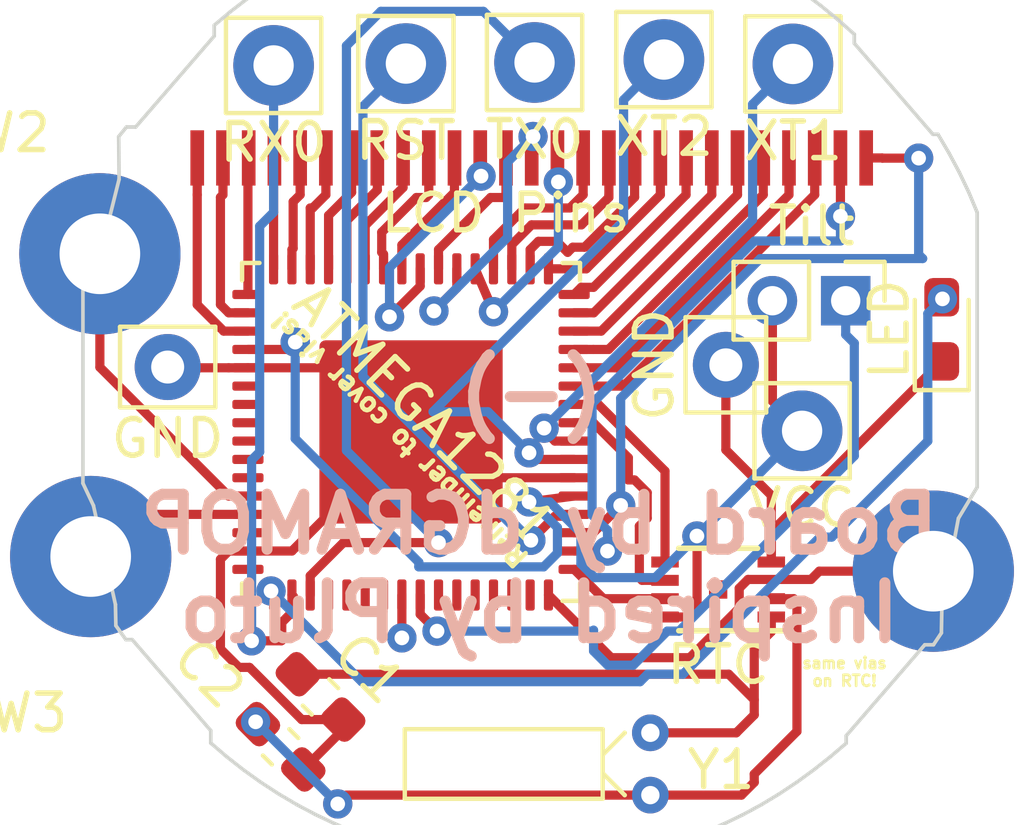
<source format=kicad_pcb>
(kicad_pcb (version 20171130) (host pcbnew "(5.0.1-3-g963ef8bb5)")

  (general
    (thickness 1.6)
    (drawings 343)
    (tracks 337)
    (zones 0)
    (modules 19)
    (nets 65)
  )

  (page A4)
  (layers
    (0 F.Cu signal)
    (31 B.Cu signal)
    (32 B.Adhes user)
    (33 F.Adhes user hide)
    (34 B.Paste user hide)
    (35 F.Paste user)
    (36 B.SilkS user hide)
    (37 F.SilkS user hide)
    (38 B.Mask user hide)
    (39 F.Mask user hide)
    (40 Dwgs.User user hide)
    (41 Cmts.User user hide)
    (42 Eco1.User user hide)
    (43 Eco2.User user hide)
    (44 Edge.Cuts user hide)
    (45 Margin user hide)
    (46 B.CrtYd user hide)
    (47 F.CrtYd user hide)
    (48 B.Fab user hide)
    (49 F.Fab user hide)
  )

  (setup
    (last_trace_width 0.25)
    (trace_clearance 0.2)
    (zone_clearance 0.508)
    (zone_45_only no)
    (trace_min 0.2)
    (segment_width 0.2)
    (edge_width 0.15)
    (via_size 0.8)
    (via_drill 0.4)
    (via_min_size 0.4)
    (via_min_drill 0.3)
    (uvia_size 0.3)
    (uvia_drill 0.1)
    (uvias_allowed no)
    (uvia_min_size 0.2)
    (uvia_min_drill 0.1)
    (pcb_text_width 0.3)
    (pcb_text_size 1.5 1.5)
    (mod_edge_width 0.15)
    (mod_text_size 1 1)
    (mod_text_width 0.15)
    (pad_size 0.5 0.6)
    (pad_drill 0)
    (pad_to_mask_clearance 0.051)
    (solder_mask_min_width 0.25)
    (aux_axis_origin 0 0)
    (visible_elements FFFFFF7F)
    (pcbplotparams
      (layerselection 0x010fc_ffffffff)
      (usegerberextensions false)
      (usegerberattributes false)
      (usegerberadvancedattributes false)
      (creategerberjobfile true)
      (excludeedgelayer true)
      (linewidth 0.100000)
      (plotframeref false)
      (viasonmask false)
      (mode 1)
      (useauxorigin false)
      (hpglpennumber 1)
      (hpglpenspeed 20)
      (hpglpendiameter 15.000000)
      (psnegative false)
      (psa4output false)
      (plotreference true)
      (plotvalue true)
      (plotinvisibletext false)
      (padsonsilk false)
      (subtractmaskfromsilk false)
      (outputformat 1)
      (mirror false)
      (drillshape 0)
      (scaleselection 1)
      (outputdirectory ""))
  )

  (net 0 "")
  (net 1 "Net-(U1-Pad51)")
  (net 2 "Net-(U1-Pad50)")
  (net 3 "Net-(U1-Pad49)")
  (net 4 "Net-(U1-Pad48)")
  (net 5 "Net-(U1-Pad47)")
  (net 6 "Net-(U1-Pad46)")
  (net 7 "Net-(U1-Pad45)")
  (net 8 "Net-(U1-Pad44)")
  (net 9 "Net-(U1-Pad27)")
  (net 10 "Net-(U1-Pad28)")
  (net 11 "Net-(U1-Pad29)")
  (net 12 "Net-(U1-Pad30)")
  (net 13 "Net-(U1-Pad31)")
  (net 14 "Net-(U1-Pad32)")
  (net 15 "Net-(U1-Pad8)")
  (net 16 "Net-(U1-Pad7)")
  (net 17 "Net-(U1-Pad6)")
  (net 18 "Net-(U1-Pad5)")
  (net 19 "Net-(U1-Pad4)")
  (net 20 "Net-(U1-Pad54)")
  (net 21 "Net-(U1-Pad55)")
  (net 22 "Net-(U1-Pad56)")
  (net 23 "Net-(U1-Pad57)")
  (net 24 "Net-(U1-Pad58)")
  (net 25 "Net-(U1-Pad59)")
  (net 26 GND)
  (net 27 "Net-(H4-Pad1)")
  (net 28 "Net-(H5-Pad1)")
  (net 29 "Net-(U1-Pad10)")
  (net 30 "Net-(U1-Pad11)")
  (net 31 "Net-(U1-Pad12)")
  (net 32 "Net-(U1-Pad13)")
  (net 33 "Net-(SW1-Pad1)")
  (net 34 "Net-(SW2-Pad1)")
  (net 35 "Net-(SW3-Pad1)")
  (net 36 "Net-(SW4-Pad1)")
  (net 37 "Net-(U1-Pad18)")
  (net 38 "Net-(D1-Pad2)")
  (net 39 "Net-(H1-Pad1)")
  (net 40 VCC)
  (net 41 "Net-(H3-Pad1)")
  (net 42 "Net-(H2-Pad1)")
  (net 43 "Net-(U1-Pad25)")
  (net 44 "Net-(U1-Pad26)")
  (net 45 "Net-(U1-Pad33)")
  (net 46 "Net-(U1-Pad34)")
  (net 47 "Net-(U1-Pad35)")
  (net 48 "Net-(U1-Pad36)")
  (net 49 "Net-(U1-Pad37)")
  (net 50 "Net-(U1-Pad38)")
  (net 51 "Net-(U1-Pad39)")
  (net 52 "Net-(U1-Pad40)")
  (net 53 "Net-(U1-Pad41)")
  (net 54 "Net-(U1-Pad42)")
  (net 55 "Net-(U1-Pad43)")
  (net 56 "Net-(U1-Pad62)")
  (net 57 "Net-(U1-Pad64)")
  (net 58 "Net-(C2-Pad2)")
  (net 59 "Net-(C1-Pad2)")
  (net 60 "Net-(U2-Pad3)")
  (net 61 "Net-(U1-Pad19)")
  (net 62 "Net-(U1-Pad14)")
  (net 63 "Net-(U1-Pad15)")
  (net 64 "Net-(U1-Pad17)")

  (net_class Default "This is the default net class."
    (clearance 0.2)
    (trace_width 0.25)
    (via_dia 0.8)
    (via_drill 0.4)
    (uvia_dia 0.3)
    (uvia_drill 0.1)
    (add_net GND)
    (add_net "Net-(C1-Pad2)")
    (add_net "Net-(C2-Pad2)")
    (add_net "Net-(D1-Pad2)")
    (add_net "Net-(H1-Pad1)")
    (add_net "Net-(H2-Pad1)")
    (add_net "Net-(H3-Pad1)")
    (add_net "Net-(H4-Pad1)")
    (add_net "Net-(H5-Pad1)")
    (add_net "Net-(SW1-Pad1)")
    (add_net "Net-(SW2-Pad1)")
    (add_net "Net-(SW3-Pad1)")
    (add_net "Net-(SW4-Pad1)")
    (add_net "Net-(U1-Pad10)")
    (add_net "Net-(U1-Pad11)")
    (add_net "Net-(U1-Pad12)")
    (add_net "Net-(U1-Pad13)")
    (add_net "Net-(U1-Pad14)")
    (add_net "Net-(U1-Pad15)")
    (add_net "Net-(U1-Pad17)")
    (add_net "Net-(U1-Pad18)")
    (add_net "Net-(U1-Pad19)")
    (add_net "Net-(U1-Pad25)")
    (add_net "Net-(U1-Pad26)")
    (add_net "Net-(U1-Pad27)")
    (add_net "Net-(U1-Pad28)")
    (add_net "Net-(U1-Pad29)")
    (add_net "Net-(U1-Pad30)")
    (add_net "Net-(U1-Pad31)")
    (add_net "Net-(U1-Pad32)")
    (add_net "Net-(U1-Pad33)")
    (add_net "Net-(U1-Pad34)")
    (add_net "Net-(U1-Pad35)")
    (add_net "Net-(U1-Pad36)")
    (add_net "Net-(U1-Pad37)")
    (add_net "Net-(U1-Pad38)")
    (add_net "Net-(U1-Pad39)")
    (add_net "Net-(U1-Pad4)")
    (add_net "Net-(U1-Pad40)")
    (add_net "Net-(U1-Pad41)")
    (add_net "Net-(U1-Pad42)")
    (add_net "Net-(U1-Pad43)")
    (add_net "Net-(U1-Pad44)")
    (add_net "Net-(U1-Pad45)")
    (add_net "Net-(U1-Pad46)")
    (add_net "Net-(U1-Pad47)")
    (add_net "Net-(U1-Pad48)")
    (add_net "Net-(U1-Pad49)")
    (add_net "Net-(U1-Pad5)")
    (add_net "Net-(U1-Pad50)")
    (add_net "Net-(U1-Pad51)")
    (add_net "Net-(U1-Pad54)")
    (add_net "Net-(U1-Pad55)")
    (add_net "Net-(U1-Pad56)")
    (add_net "Net-(U1-Pad57)")
    (add_net "Net-(U1-Pad58)")
    (add_net "Net-(U1-Pad59)")
    (add_net "Net-(U1-Pad6)")
    (add_net "Net-(U1-Pad62)")
    (add_net "Net-(U1-Pad64)")
    (add_net "Net-(U1-Pad7)")
    (add_net "Net-(U1-Pad8)")
    (add_net "Net-(U2-Pad3)")
    (add_net VCC)
  )

  (module Package_DFN_QFN:QFN-64-1EP_9x9mm_P0.5mm_EP7.65x7.65mm (layer F.Cu) (tedit 5C34DBED) (tstamp 5C4CDD6A)
    (at 152 94.56 90)
    (descr "QFN, 64 Pin (http://ww1.microchip.com/downloads/en/DeviceDoc/Atmel-2549-8-bit-AVR-Microcontroller-ATmega640-1280-1281-2560-2561_datasheet.pdf (page 415)), generated with kicad-footprint-generator ipc_dfn_qfn_generator.py")
    (tags "QFN DFN_QFN")
    (path /5C285090)
    (attr smd)
    (fp_text reference ATMEGA1281 (at 0.49 0.36 135) (layer F.SilkS)
      (effects (font (size 1 1) (thickness 0.15)))
    )
    (fp_text value ATmega1281V-8MU (at 0 5.82 90) (layer F.Fab)
      (effects (font (size 1 1) (thickness 0.15)))
    )
    (fp_line (start 4.135 -4.61) (end 4.61 -4.61) (layer F.SilkS) (width 0.12))
    (fp_line (start 4.61 -4.61) (end 4.61 -4.135) (layer F.SilkS) (width 0.12))
    (fp_line (start -4.135 4.61) (end -4.61 4.61) (layer F.SilkS) (width 0.12))
    (fp_line (start -4.61 4.61) (end -4.61 4.135) (layer F.SilkS) (width 0.12))
    (fp_line (start 4.135 4.61) (end 4.61 4.61) (layer F.SilkS) (width 0.12))
    (fp_line (start 4.61 4.61) (end 4.61 4.135) (layer F.SilkS) (width 0.12))
    (fp_line (start -4.135 -4.61) (end -4.61 -4.61) (layer F.SilkS) (width 0.12))
    (fp_line (start -3.5 -4.5) (end 4.5 -4.5) (layer F.Fab) (width 0.1))
    (fp_line (start 4.5 -4.5) (end 4.5 4.5) (layer F.Fab) (width 0.1))
    (fp_line (start 4.5 4.5) (end -4.5 4.5) (layer F.Fab) (width 0.1))
    (fp_line (start -4.5 4.5) (end -4.5 -3.5) (layer F.Fab) (width 0.1))
    (fp_line (start -4.5 -3.5) (end -3.5 -4.5) (layer F.Fab) (width 0.1))
    (fp_line (start -5.12 -5.12) (end -5.12 5.12) (layer F.CrtYd) (width 0.05))
    (fp_line (start -5.12 5.12) (end 5.12 5.12) (layer F.CrtYd) (width 0.05))
    (fp_line (start 5.12 5.12) (end 5.12 -5.12) (layer F.CrtYd) (width 0.05))
    (fp_line (start 5.12 -5.12) (end -5.12 -5.12) (layer F.CrtYd) (width 0.05))
    (fp_text user %R (at 0 0 90) (layer F.Fab)
      (effects (font (size 1 1) (thickness 0.15)))
    )
    (pad 65 smd roundrect (at 0 0 90) (size 5 5) (layers F.Cu F.Mask) (roundrect_rratio 0.033)
      (net 26 GND))
    (pad "" smd roundrect (at -3.2 -3.2 90) (size 1.03 1.03) (layers Dwgs.User) (roundrect_rratio 0.243))
    (pad "" smd roundrect (at -3.2 -1.92 90) (size 1.03 1.03) (layers Dwgs.User) (roundrect_rratio 0.243))
    (pad "" smd roundrect (at -3.2 -0.64 90) (size 1.03 1.03) (layers Dwgs.User) (roundrect_rratio 0.243))
    (pad "" smd roundrect (at -3.2 0.64 90) (size 1.03 1.03) (layers Dwgs.User) (roundrect_rratio 0.243))
    (pad "" smd roundrect (at -3.2 1.92 90) (size 1.03 1.03) (layers Dwgs.User) (roundrect_rratio 0.243))
    (pad "" smd roundrect (at -3.2 3.2 90) (size 1.03 1.03) (layers Dwgs.User) (roundrect_rratio 0.243))
    (pad "" smd roundrect (at -1.92 -3.2 90) (size 1.03 1.03) (layers Dwgs.User) (roundrect_rratio 0.243))
    (pad "" smd roundrect (at -1.92 -1.92 90) (size 1.03 1.03) (layers F.Paste) (roundrect_rratio 0.242718))
    (pad "" smd roundrect (at -1.92 -0.64 90) (size 1.03 1.03) (layers F.Paste) (roundrect_rratio 0.242718))
    (pad "" smd roundrect (at -1.92 0.64 90) (size 1.03 1.03) (layers F.Paste) (roundrect_rratio 0.242718))
    (pad "" smd roundrect (at -1.92 1.92 90) (size 1.03 1.03) (layers F.Paste) (roundrect_rratio 0.242718))
    (pad "" smd roundrect (at -1.92 3.2 90) (size 1.03 1.03) (layers Dwgs.User) (roundrect_rratio 0.243))
    (pad "" smd roundrect (at -0.64 -3.2 90) (size 1.03 1.03) (layers Dwgs.User) (roundrect_rratio 0.243))
    (pad "" smd roundrect (at -0.64 -1.92 90) (size 1.03 1.03) (layers F.Paste) (roundrect_rratio 0.242718))
    (pad "" smd roundrect (at -0.64 -0.64 90) (size 1.03 1.03) (layers F.Paste) (roundrect_rratio 0.242718))
    (pad "" smd roundrect (at -0.64 0.64 90) (size 1.03 1.03) (layers F.Paste) (roundrect_rratio 0.242718))
    (pad "" smd roundrect (at -0.64 1.92 90) (size 1.03 1.03) (layers F.Paste) (roundrect_rratio 0.242718))
    (pad "" smd roundrect (at -0.64 3.2 90) (size 1.03 1.03) (layers Dwgs.User) (roundrect_rratio 0.243))
    (pad "" smd roundrect (at 0.64 -3.2 90) (size 1.03 1.03) (layers Dwgs.User) (roundrect_rratio 0.243))
    (pad "" smd roundrect (at 0.64 -1.92 90) (size 1.03 1.03) (layers F.Paste) (roundrect_rratio 0.242718))
    (pad "" smd roundrect (at 0.64 -0.64 90) (size 1.03 1.03) (layers F.Paste) (roundrect_rratio 0.242718))
    (pad "" smd roundrect (at 0.64 0.64 90) (size 1.03 1.03) (layers F.Paste) (roundrect_rratio 0.242718))
    (pad "" smd roundrect (at 0.64 1.92 90) (size 1.03 1.03) (layers F.Paste) (roundrect_rratio 0.242718))
    (pad "" smd roundrect (at 0.64 3.2 90) (size 1.03 1.03) (layers Dwgs.User) (roundrect_rratio 0.243))
    (pad "" smd roundrect (at 1.92 -3.2 90) (size 1.03 1.03) (layers Dwgs.User) (roundrect_rratio 0.243))
    (pad "" smd roundrect (at 1.92 -1.92 90) (size 1.03 1.03) (layers F.Paste) (roundrect_rratio 0.242718))
    (pad "" smd roundrect (at 1.92 -0.64 90) (size 1.03 1.03) (layers F.Paste) (roundrect_rratio 0.242718))
    (pad "" smd roundrect (at 1.92 0.64 90) (size 1.03 1.03) (layers F.Paste) (roundrect_rratio 0.242718))
    (pad "" smd roundrect (at 1.92 1.92 90) (size 1.03 1.03) (layers F.Paste) (roundrect_rratio 0.242718))
    (pad "" smd roundrect (at 1.92 3.2 90) (size 1.03 1.03) (layers Dwgs.User) (roundrect_rratio 0.243))
    (pad "" smd roundrect (at 3.2 -3.2 90) (size 1.03 1.03) (layers Dwgs.User) (roundrect_rratio 0.243))
    (pad "" smd roundrect (at 3.2 -1.92 90) (size 1.03 1.03) (layers Dwgs.User) (roundrect_rratio 0.243))
    (pad "" smd roundrect (at 3.2 -0.64 90) (size 1.03 1.03) (layers Dwgs.User) (roundrect_rratio 0.243))
    (pad "" smd roundrect (at 3.2 0.64 90) (size 1.03 1.03) (layers Dwgs.User) (roundrect_rratio 0.243))
    (pad "" smd roundrect (at 3.2 1.92 90) (size 0.2 0.2) (layers Dwgs.User) (roundrect_rratio 0.243))
    (pad "" smd roundrect (at 3.2 3.2 90) (size 1.03 1.03) (layers Dwgs.User) (roundrect_rratio 0.243))
    (pad 1 smd roundrect (at -4.45 -3.75 90) (size 0.85 0.25) (layers F.Cu F.Paste F.Mask) (roundrect_rratio 0.25)
      (net 38 "Net-(D1-Pad2)"))
    (pad 2 smd roundrect (at -4.45 -3.25 90) (size 0.85 0.25) (layers F.Cu F.Paste F.Mask) (roundrect_rratio 0.25)
      (net 27 "Net-(H4-Pad1)"))
    (pad 3 smd roundrect (at -4.45 -2.75 90) (size 0.85 0.25) (layers F.Cu F.Paste F.Mask) (roundrect_rratio 0.25)
      (net 28 "Net-(H5-Pad1)"))
    (pad 4 smd roundrect (at -4.45 -2.25 90) (size 0.85 0.25) (layers F.Cu F.Paste F.Mask) (roundrect_rratio 0.25)
      (net 19 "Net-(U1-Pad4)"))
    (pad 5 smd roundrect (at -4.45 -1.75 90) (size 0.85 0.25) (layers F.Cu F.Paste F.Mask) (roundrect_rratio 0.25)
      (net 18 "Net-(U1-Pad5)"))
    (pad 6 smd roundrect (at -4.45 -1.25 90) (size 0.85 0.25) (layers F.Cu F.Paste F.Mask) (roundrect_rratio 0.25)
      (net 17 "Net-(U1-Pad6)"))
    (pad 7 smd roundrect (at -4.45 -0.75 90) (size 0.85 0.25) (layers F.Cu F.Paste F.Mask) (roundrect_rratio 0.25)
      (net 16 "Net-(U1-Pad7)"))
    (pad 8 smd roundrect (at -4.45 -0.25 90) (size 0.85 0.25) (layers F.Cu F.Paste F.Mask) (roundrect_rratio 0.25)
      (net 15 "Net-(U1-Pad8)"))
    (pad 9 smd roundrect (at -4.45 0.25 90) (size 0.85 0.25) (layers F.Cu F.Paste F.Mask) (roundrect_rratio 0.25)
      (net 36 "Net-(SW4-Pad1)"))
    (pad 10 smd roundrect (at -4.45 0.75 90) (size 0.85 0.25) (layers F.Cu F.Paste F.Mask) (roundrect_rratio 0.25)
      (net 29 "Net-(U1-Pad10)"))
    (pad 11 smd roundrect (at -4.45 1.25 90) (size 0.85 0.25) (layers F.Cu F.Paste F.Mask) (roundrect_rratio 0.25)
      (net 30 "Net-(U1-Pad11)"))
    (pad 12 smd roundrect (at -4.45 1.75 90) (size 0.85 0.25) (layers F.Cu F.Paste F.Mask) (roundrect_rratio 0.25)
      (net 31 "Net-(U1-Pad12)"))
    (pad 13 smd roundrect (at -4.45 2.25 90) (size 0.85 0.25) (layers F.Cu F.Paste F.Mask) (roundrect_rratio 0.25)
      (net 32 "Net-(U1-Pad13)"))
    (pad 14 smd roundrect (at -4.45 2.75 90) (size 0.85 0.25) (layers F.Cu F.Paste F.Mask) (roundrect_rratio 0.25)
      (net 62 "Net-(U1-Pad14)"))
    (pad 15 smd roundrect (at -4.45 3.25 90) (size 0.85 0.25) (layers F.Cu F.Paste F.Mask) (roundrect_rratio 0.25)
      (net 63 "Net-(U1-Pad15)"))
    (pad 16 smd roundrect (at -4.45 3.75 90) (size 0.85 0.25) (layers F.Cu F.Paste F.Mask) (roundrect_rratio 0.25)
      (net 33 "Net-(SW1-Pad1)"))
    (pad 17 smd roundrect (at -3.75 4.45 90) (size 0.25 0.85) (layers F.Cu F.Paste F.Mask) (roundrect_rratio 0.25)
      (net 64 "Net-(U1-Pad17)"))
    (pad 18 smd roundrect (at -3.25 4.45 90) (size 0.25 0.85) (layers F.Cu F.Paste F.Mask) (roundrect_rratio 0.25)
      (net 37 "Net-(U1-Pad18)"))
    (pad 19 smd roundrect (at -2.75 4.45 90) (size 0.25 0.85) (layers F.Cu F.Paste F.Mask) (roundrect_rratio 0.25)
      (net 61 "Net-(U1-Pad19)"))
    (pad 20 smd roundrect (at -2.25 4.45 90) (size 0.25 0.85) (layers F.Cu F.Paste F.Mask) (roundrect_rratio 0.25)
      (net 39 "Net-(H1-Pad1)"))
    (pad 21 smd roundrect (at -1.75 4.45 90) (size 0.25 0.85) (layers F.Cu F.Paste F.Mask) (roundrect_rratio 0.25)
      (net 40 VCC))
    (pad 22 smd roundrect (at -1.25 4.45 90) (size 0.25 0.85) (layers F.Cu F.Paste F.Mask) (roundrect_rratio 0.25)
      (net 26 GND))
    (pad 23 smd roundrect (at -0.75 4.45 90) (size 0.25 0.85) (layers F.Cu F.Paste F.Mask) (roundrect_rratio 0.25)
      (net 41 "Net-(H3-Pad1)"))
    (pad 24 smd roundrect (at -0.25 4.45 90) (size 0.25 0.85) (layers F.Cu F.Paste F.Mask) (roundrect_rratio 0.25)
      (net 42 "Net-(H2-Pad1)"))
    (pad 25 smd roundrect (at 0.25 4.45 90) (size 0.25 0.85) (layers F.Cu F.Paste F.Mask) (roundrect_rratio 0.25)
      (net 43 "Net-(U1-Pad25)"))
    (pad 26 smd roundrect (at 0.75 4.45 90) (size 0.25 0.85) (layers F.Cu F.Paste F.Mask) (roundrect_rratio 0.25)
      (net 44 "Net-(U1-Pad26)"))
    (pad 27 smd roundrect (at 1.25 4.45 90) (size 0.25 0.85) (layers F.Cu F.Paste F.Mask) (roundrect_rratio 0.25)
      (net 9 "Net-(U1-Pad27)"))
    (pad 28 smd roundrect (at 1.75 4.45 90) (size 0.25 0.85) (layers F.Cu F.Paste F.Mask) (roundrect_rratio 0.25)
      (net 10 "Net-(U1-Pad28)"))
    (pad 29 smd roundrect (at 2.25 4.45 90) (size 0.25 0.85) (layers F.Cu F.Paste F.Mask) (roundrect_rratio 0.25)
      (net 11 "Net-(U1-Pad29)"))
    (pad 30 smd roundrect (at 2.75 4.45 90) (size 0.25 0.85) (layers F.Cu F.Paste F.Mask) (roundrect_rratio 0.25)
      (net 12 "Net-(U1-Pad30)"))
    (pad 31 smd roundrect (at 3.25 4.45 90) (size 0.25 0.85) (layers F.Cu F.Paste F.Mask) (roundrect_rratio 0.25)
      (net 13 "Net-(U1-Pad31)"))
    (pad 32 smd roundrect (at 3.75 4.45 90) (size 0.25 0.85) (layers F.Cu F.Paste F.Mask) (roundrect_rratio 0.25)
      (net 14 "Net-(U1-Pad32)"))
    (pad 33 smd roundrect (at 4.45 3.75 90) (size 0.85 0.25) (layers F.Cu F.Paste F.Mask) (roundrect_rratio 0.25)
      (net 45 "Net-(U1-Pad33)"))
    (pad 34 smd roundrect (at 4.45 3.25 90) (size 0.85 0.25) (layers F.Cu F.Paste F.Mask) (roundrect_rratio 0.25)
      (net 46 "Net-(U1-Pad34)"))
    (pad 35 smd roundrect (at 4.45 2.75 90) (size 0.85 0.25) (layers F.Cu F.Paste F.Mask) (roundrect_rratio 0.25)
      (net 47 "Net-(U1-Pad35)"))
    (pad 36 smd roundrect (at 4.45 2.25 90) (size 0.85 0.25) (layers F.Cu F.Paste F.Mask) (roundrect_rratio 0.25)
      (net 48 "Net-(U1-Pad36)"))
    (pad 37 smd roundrect (at 4.45 1.75 90) (size 0.85 0.25) (layers F.Cu F.Paste F.Mask) (roundrect_rratio 0.25)
      (net 49 "Net-(U1-Pad37)"))
    (pad 38 smd roundrect (at 4.45 1.25 90) (size 0.85 0.25) (layers F.Cu F.Paste F.Mask) (roundrect_rratio 0.25)
      (net 50 "Net-(U1-Pad38)"))
    (pad 39 smd roundrect (at 4.45 0.75 90) (size 0.85 0.25) (layers F.Cu F.Paste F.Mask) (roundrect_rratio 0.25)
      (net 51 "Net-(U1-Pad39)"))
    (pad 40 smd roundrect (at 4.45 0.25 90) (size 0.85 0.25) (layers F.Cu F.Paste F.Mask) (roundrect_rratio 0.25)
      (net 52 "Net-(U1-Pad40)"))
    (pad 41 smd roundrect (at 4.45 -0.25 90) (size 0.85 0.25) (layers F.Cu F.Paste F.Mask) (roundrect_rratio 0.25)
      (net 53 "Net-(U1-Pad41)"))
    (pad 42 smd roundrect (at 4.45 -0.75 90) (size 0.85 0.25) (layers F.Cu F.Paste F.Mask) (roundrect_rratio 0.25)
      (net 54 "Net-(U1-Pad42)"))
    (pad 43 smd roundrect (at 4.45 -1.25 90) (size 0.85 0.25) (layers F.Cu F.Paste F.Mask) (roundrect_rratio 0.25)
      (net 55 "Net-(U1-Pad43)"))
    (pad 44 smd roundrect (at 4.45 -1.75 90) (size 0.85 0.25) (layers F.Cu F.Paste F.Mask) (roundrect_rratio 0.25)
      (net 8 "Net-(U1-Pad44)"))
    (pad 45 smd roundrect (at 4.45 -2.25 90) (size 0.85 0.25) (layers F.Cu F.Paste F.Mask) (roundrect_rratio 0.25)
      (net 7 "Net-(U1-Pad45)"))
    (pad 46 smd roundrect (at 4.45 -2.75 90) (size 0.85 0.25) (layers F.Cu F.Paste F.Mask) (roundrect_rratio 0.25)
      (net 6 "Net-(U1-Pad46)"))
    (pad 47 smd roundrect (at 4.45 -3.25 90) (size 0.85 0.25) (layers F.Cu F.Paste F.Mask) (roundrect_rratio 0.25)
      (net 5 "Net-(U1-Pad47)"))
    (pad 48 smd roundrect (at 4.45 -3.75 90) (size 0.85 0.25) (layers F.Cu F.Paste F.Mask) (roundrect_rratio 0.25)
      (net 4 "Net-(U1-Pad48)"))
    (pad 49 smd roundrect (at 3.75 -4.45 90) (size 0.25 0.85) (layers F.Cu F.Paste F.Mask) (roundrect_rratio 0.25)
      (net 3 "Net-(U1-Pad49)"))
    (pad 50 smd roundrect (at 3.25 -4.45 90) (size 0.25 0.85) (layers F.Cu F.Paste F.Mask) (roundrect_rratio 0.25)
      (net 2 "Net-(U1-Pad50)"))
    (pad 51 smd roundrect (at 2.75 -4.45 90) (size 0.25 0.85) (layers F.Cu F.Paste F.Mask) (roundrect_rratio 0.25)
      (net 1 "Net-(U1-Pad51)"))
    (pad 52 smd roundrect (at 2.25 -4.45 90) (size 0.25 0.85) (layers F.Cu F.Paste F.Mask) (roundrect_rratio 0.25)
      (net 40 VCC))
    (pad 53 smd roundrect (at 1.75 -4.45 90) (size 0.25 0.85) (layers F.Cu F.Paste F.Mask) (roundrect_rratio 0.25)
      (net 26 GND))
    (pad 54 smd roundrect (at 1.25 -4.45 90) (size 0.25 0.85) (layers F.Cu F.Paste F.Mask) (roundrect_rratio 0.25)
      (net 20 "Net-(U1-Pad54)"))
    (pad 55 smd roundrect (at 0.75 -4.45 90) (size 0.25 0.85) (layers F.Cu F.Paste F.Mask) (roundrect_rratio 0.25)
      (net 21 "Net-(U1-Pad55)"))
    (pad 56 smd roundrect (at 0.25 -4.45 90) (size 0.25 0.85) (layers F.Cu F.Paste F.Mask) (roundrect_rratio 0.25)
      (net 22 "Net-(U1-Pad56)"))
    (pad 57 smd roundrect (at -0.25 -4.45 90) (size 0.25 0.85) (layers F.Cu F.Paste F.Mask) (roundrect_rratio 0.25)
      (net 23 "Net-(U1-Pad57)"))
    (pad 58 smd roundrect (at -0.75 -4.45 90) (size 0.25 0.85) (layers F.Cu F.Paste F.Mask) (roundrect_rratio 0.25)
      (net 24 "Net-(U1-Pad58)"))
    (pad 59 smd roundrect (at -1.25 -4.45 90) (size 0.25 0.85) (layers F.Cu F.Paste F.Mask) (roundrect_rratio 0.25)
      (net 25 "Net-(U1-Pad59)"))
    (pad 60 smd roundrect (at -1.75 -4.45 90) (size 0.25 0.85) (layers F.Cu F.Paste F.Mask) (roundrect_rratio 0.25)
      (net 34 "Net-(SW2-Pad1)"))
    (pad 61 smd roundrect (at -2.25 -4.45 90) (size 0.25 0.85) (layers F.Cu F.Paste F.Mask) (roundrect_rratio 0.25)
      (net 35 "Net-(SW3-Pad1)"))
    (pad 62 smd roundrect (at -2.75 -4.45 90) (size 0.25 0.85) (layers F.Cu F.Paste F.Mask) (roundrect_rratio 0.25)
      (net 56 "Net-(U1-Pad62)"))
    (pad 63 smd roundrect (at -3.25 -4.45 90) (size 0.25 0.85) (layers F.Cu F.Paste F.Mask) (roundrect_rratio 0.25)
      (net 26 GND))
    (pad 64 smd roundrect (at -3.75 -4.45 90) (size 0.25 0.85) (layers F.Cu F.Paste F.Mask) (roundrect_rratio 0.25)
      (net 57 "Net-(U1-Pad64)"))
    (model ${KISYS3DMOD}/Package_DFN_QFN.3dshapes/QFN-64-1EP_9x9mm_P0.5mm_EP7.65x7.65mm.wrl
      (at (xyz 0 0 0))
      (scale (xyz 1 1 1))
      (rotate (xyz 0 0 0))
    )
  )

  (module MountingHole:MountingHole_2.2mm_M2_Pad-shifted (layer F.Cu) (tedit 5C33C401) (tstamp 5C4CDD7A)
    (at 144.78 90.97)
    (descr "Mounting Hole 2.2mm, M2")
    (tags "mounting hole 2.2mm m2")
    (path /5C285956)
    (attr virtual)
    (fp_text reference SW2 (at -4.16 -4.57) (layer F.SilkS)
      (effects (font (size 1 1) (thickness 0.15)))
    )
    (fp_text value SW_Push (at 0 3.2) (layer F.Fab)
      (effects (font (size 1 1) (thickness 0.15)))
    )
    (fp_text user %R (at -0.97 -1.27) (layer F.Fab)
      (effects (font (size 1 1) (thickness 0.15)))
    )
    (fp_circle (center -1.27 -1.27) (end 0.93 -1.27) (layer Cmts.User) (width 0.15))
    (fp_circle (center -1.27 -1.27) (end 1.18 -1.27) (layer F.CrtYd) (width 0.05))
    (pad 1 thru_hole circle (at -1.27 -1.27) (size 4.4 4.4) (drill 2.2) (layers *.Cu *.Mask)
      (net 34 "Net-(SW2-Pad1)"))
  )

  (module MountingHole:MountingHole_2.2mm_M2_Pad (layer F.Cu) (tedit 56D1B4CB) (tstamp 5C4CDD82)
    (at 143.26 97.96)
    (descr "Mounting Hole 2.2mm, M2")
    (tags "mounting hole 2.2mm m2")
    (path /5C285A16)
    (attr virtual)
    (fp_text reference SW3 (at -2.17 4.27) (layer F.SilkS)
      (effects (font (size 1 1) (thickness 0.15)))
    )
    (fp_text value SW_Push (at 0 3.2) (layer F.Fab)
      (effects (font (size 1 1) (thickness 0.15)))
    )
    (fp_circle (center 0 0) (end 2.45 0) (layer F.CrtYd) (width 0.05))
    (fp_circle (center 0 0) (end 2.2 0) (layer Cmts.User) (width 0.15))
    (fp_text user %R (at 0.3 0) (layer F.Fab)
      (effects (font (size 1 1) (thickness 0.15)))
    )
    (pad 1 thru_hole circle (at 0 0) (size 4.4 4.4) (drill 2.2) (layers *.Cu *.Mask)
      (net 35 "Net-(SW3-Pad1)"))
  )

  (module MountingHole:MountingHole_2.2mm_M2_Pad (layer F.Cu) (tedit 56D1B4CB) (tstamp 5C4CDD72)
    (at 166.25 98.36)
    (descr "Mounting Hole 2.2mm, M2")
    (tags "mounting hole 2.2mm m2")
    (path /5C28566C)
    (attr virtual)
    (fp_text reference SW1 (at 5.38 1) (layer F.SilkS)
      (effects (font (size 1 1) (thickness 0.15)))
    )
    (fp_text value SW_Push (at 0 3.2) (layer F.Fab)
      (effects (font (size 1 1) (thickness 0.15)))
    )
    (fp_circle (center 0 0) (end 2.45 0) (layer F.CrtYd) (width 0.05))
    (fp_circle (center 0 0) (end 2.2 0) (layer Cmts.User) (width 0.15))
    (fp_text user %R (at 0.3 0) (layer F.Fab)
      (effects (font (size 1 1) (thickness 0.15)))
    )
    (pad 1 thru_hole circle (at 0 0) (size 4.4 4.4) (drill 2.2) (layers *.Cu *.Mask)
      (net 33 "Net-(SW1-Pad1)"))
  )

  (module Package_DFN_QFN:DFN-8-1EP_3x2mm_P0.5mm_EP1.3x1.5mm (layer F.Cu) (tedit 5C365185) (tstamp 5C36CBE2)
    (at 160.38 98.86 180)
    (descr "8-Lead Plastic Dual Flat, No Lead Package (8MA2) - 2x3x0.6 mm Body [UDFN] (see Atmel-8815-SEEPROM-AT24CS01-02-Datasheet.pdf)")
    (tags "DFN 0.5")
    (path /5C285338)
    (attr smd)
    (fp_text reference RTC (at 0 -2.05 180) (layer F.SilkS)
      (effects (font (size 1 1) (thickness 0.15)))
    )
    (fp_text value MCP7940N-xSN (at 0 2.05 180) (layer F.Fab)
      (effects (font (size 1 1) (thickness 0.15)))
    )
    (fp_line (start -1.9 -1.125) (end 1.075 -1.125) (layer F.SilkS) (width 0.15))
    (fp_line (start -1.075 1.125) (end 1.075 1.125) (layer F.SilkS) (width 0.15))
    (fp_line (start -2.1 1.3) (end 2.1 1.3) (layer F.CrtYd) (width 0.05))
    (fp_line (start -2.1 -1.3) (end 2.1 -1.3) (layer F.CrtYd) (width 0.05))
    (fp_line (start 2.1 -1.3) (end 2.1 1.3) (layer F.CrtYd) (width 0.05))
    (fp_line (start -2.1 -1.3) (end -2.1 1.3) (layer F.CrtYd) (width 0.05))
    (fp_line (start -1.5 0) (end -0.5 -1) (layer F.Fab) (width 0.15))
    (fp_line (start -1.5 1) (end -1.5 0) (layer F.Fab) (width 0.15))
    (fp_line (start 1.5 1) (end -1.5 1) (layer F.Fab) (width 0.15))
    (fp_line (start 1.5 -1) (end 1.5 1) (layer F.Fab) (width 0.15))
    (fp_line (start -0.5 -1) (end 1.5 -1) (layer F.Fab) (width 0.15))
    (fp_text user %R (at 0 0 180) (layer F.Fab)
      (effects (font (size 0.7 0.7) (thickness 0.105)))
    )
    (pad "" smd rect (at 0.325 0.375 180) (size 0.5 0.6) (layers F.Adhes))
    (pad "" smd rect (at 0.325 -0.375 180) (size 0.5 0.6) (layers F.Adhes))
    (pad "" smd rect (at -0.325 0.375 180) (size 0.5 0.6) (layers F.Adhes))
    (pad "" smd rect (at -0.325 -0.375 180) (size 0.5 0.6) (layers F.Adhes))
    (pad 9 smd rect (at 0 0 180) (size 0.5 0.5) (layers F.Cu F.Mask))
    (pad 8 smd rect (at 1.45 -0.75 180) (size 0.75 0.3) (layers F.Cu F.Paste F.Mask)
      (net 40 VCC))
    (pad 7 smd rect (at 1.45 -0.25 180) (size 0.75 0.3) (layers F.Cu F.Paste F.Mask)
      (net 64 "Net-(U1-Pad17)"))
    (pad 6 smd rect (at 1.45 0.25 180) (size 0.75 0.3) (layers F.Cu F.Paste F.Mask)
      (net 43 "Net-(U1-Pad25)"))
    (pad 5 smd rect (at 1.45 0.75 180) (size 0.75 0.3) (layers F.Cu F.Paste F.Mask)
      (net 44 "Net-(U1-Pad26)"))
    (pad 4 smd rect (at -1.45 0.75 180) (size 0.75 0.3) (layers F.Cu F.Paste F.Mask)
      (net 26 GND))
    (pad 3 smd rect (at -1.45 0.25 180) (size 0.75 0.3) (layers Dwgs.User)
      (net 60 "Net-(U2-Pad3)"))
    (pad 2 smd rect (at -1.45 -0.25 180) (size 0.75 0.3) (layers F.Cu F.Paste F.Mask)
      (net 58 "Net-(C2-Pad2)"))
    (pad 1 smd rect (at -1.45 -0.75 180) (size 0.75 0.3) (layers F.Cu F.Paste F.Mask)
      (net 59 "Net-(C1-Pad2)"))
    (model ${KISYS3DMOD}/Package_DFN_QFN.3dshapes/DFN-8-1EP_3x2mm_P0.5mm_EP1.3x1.5mm.wrl
      (at (xyz 0 0 0))
      (scale (xyz 1 1 1))
      (rotate (xyz 0 0 0))
    )
  )

  (module Crystal:Crystal_DS15_D1.5mm_L5.0mm_Horizontal (layer F.Cu) (tedit 5A0FD1B2) (tstamp 5C4CF95C)
    (at 158.53 102.77 270)
    (descr "Crystal THT DS15 5.0mm length 1.5mm diameter http://www.microcrystal.com/images/_Product-Documentation/03_TF_metal_Packages/01_Datasheet/DS-Series.pdf")
    (tags ['DS15'])
    (path /5C2FFCE3)
    (fp_text reference Y1 (at 1.01 -1.93) (layer F.SilkS)
      (effects (font (size 1 1) (thickness 0.15)))
    )
    (fp_text value Crystal (at 3.12 1.25) (layer F.Fab)
      (effects (font (size 1 1) (thickness 0.15)))
    )
    (fp_text user %R (at 1 4) (layer F.Fab)
      (effects (font (size 0.6 0.6) (thickness 0.09)))
    )
    (fp_line (start 0.1 1.5) (end 0.1 6.5) (layer F.Fab) (width 0.1))
    (fp_line (start 0.1 6.5) (end 1.6 6.5) (layer F.Fab) (width 0.1))
    (fp_line (start 1.6 6.5) (end 1.6 1.5) (layer F.Fab) (width 0.1))
    (fp_line (start 1.6 1.5) (end 0.1 1.5) (layer F.Fab) (width 0.1))
    (fp_line (start 0.6 1.5) (end 0 0.75) (layer F.Fab) (width 0.1))
    (fp_line (start 0 0.75) (end 0 0) (layer F.Fab) (width 0.1))
    (fp_line (start 1.1 1.5) (end 1.7 0.75) (layer F.Fab) (width 0.1))
    (fp_line (start 1.7 0.75) (end 1.7 0) (layer F.Fab) (width 0.1))
    (fp_line (start -0.1 1.3) (end -0.1 6.7) (layer F.SilkS) (width 0.12))
    (fp_line (start -0.1 6.7) (end 1.8 6.7) (layer F.SilkS) (width 0.12))
    (fp_line (start 1.8 6.7) (end 1.8 1.3) (layer F.SilkS) (width 0.12))
    (fp_line (start 1.8 1.3) (end -0.1 1.3) (layer F.SilkS) (width 0.12))
    (fp_line (start 0.6 1.3) (end 0 0.7) (layer F.SilkS) (width 0.12))
    (fp_line (start 0 0.7) (end 0 0.7) (layer F.SilkS) (width 0.12))
    (fp_line (start 1.1 1.3) (end 1.7 0.7) (layer F.SilkS) (width 0.12))
    (fp_line (start 1.7 0.7) (end 1.7 0.7) (layer F.SilkS) (width 0.12))
    (fp_line (start -0.8 -0.8) (end -0.8 7.3) (layer F.CrtYd) (width 0.05))
    (fp_line (start -0.8 7.3) (end 2.5 7.3) (layer F.CrtYd) (width 0.05))
    (fp_line (start 2.5 7.3) (end 2.5 -0.8) (layer F.CrtYd) (width 0.05))
    (fp_line (start 2.5 -0.8) (end -0.8 -0.8) (layer F.CrtYd) (width 0.05))
    (pad 1 thru_hole circle (at 0 0 270) (size 1 1) (drill 0.5) (layers *.Cu *.Mask)
      (net 59 "Net-(C1-Pad2)"))
    (pad 2 thru_hole circle (at 1.7 0 270) (size 1 1) (drill 0.5) (layers *.Cu *.Mask)
      (net 58 "Net-(C2-Pad2)"))
    (model ${KISYS3DMOD}/Crystal.3dshapes/Crystal_DS15_D1.5mm_L5.0mm_Horizontal.wrl
      (at (xyz 0 0 0))
      (scale (xyz 1 1 1))
      (rotate (xyz 0 0 0))
    )
  )

  (module Connector_Pin:Pin_D1.1mm_L8.5mm_W2.5mm_FlatFork (layer F.Cu) (tedit 5C33F1E1) (tstamp 5C4CF2DC)
    (at 162.67 94.53)
    (descr "solder Pin_ with flat fork, hole diameter 1.1mm, length 8.5mm, width 2.5mm")
    (tags "solder Pin_ with flat fork")
    (path /5C2BB037)
    (fp_text reference VCC (at 0 2.1) (layer F.SilkS)
      (effects (font (size 1 1) (thickness 0.15)))
    )
    (fp_text value MountingHole_Pad (at 0 -2.05) (layer F.Fab)
      (effects (font (size 1 1) (thickness 0.15)))
    )
    (fp_line (start 1.75 1.6) (end -1.75 1.6) (layer F.CrtYd) (width 0.05))
    (fp_line (start 1.75 1.6) (end 1.75 -1.6) (layer F.CrtYd) (width 0.05))
    (fp_line (start -1.75 -1.6) (end -1.75 1.6) (layer F.CrtYd) (width 0.05))
    (fp_line (start -1.75 -1.6) (end 1.75 -1.6) (layer F.CrtYd) (width 0.05))
    (fp_line (start 1.25 -0.25) (end -1.25 -0.25) (layer F.Fab) (width 0.12))
    (fp_line (start 1.25 0.25) (end 1.25 -0.25) (layer F.Fab) (width 0.12))
    (fp_line (start -1.25 0.25) (end 1.25 0.25) (layer F.Fab) (width 0.12))
    (fp_line (start -1.25 -0.25) (end -1.25 0.25) (layer F.Fab) (width 0.12))
    (fp_line (start -1.3 1.3) (end 1.3 1.3) (layer F.SilkS) (width 0.12))
    (fp_line (start 1.3 -1.3) (end 1.3 1.3) (layer F.SilkS) (width 0.12))
    (fp_line (start -1.3 -1.3) (end 1.3 -1.3) (layer F.SilkS) (width 0.12))
    (fp_line (start -1.3 1.3) (end -1.3 -1.3) (layer F.SilkS) (width 0.12))
    (fp_text user %R (at 0 2.1) (layer F.Fab)
      (effects (font (size 1 1) (thickness 0.15)))
    )
    (pad 1 thru_hole circle (at 0 0) (size 2.2 2.2) (drill 1.1) (layers *.Cu *.Mask)
      (net 40 VCC))
    (model ${KISYS3DMOD}/Connector_Pin.3dshapes/Pin_D1.1mm_L8.5mm_W2.5mm_FlatFork.wrl
      (at (xyz 0 0 0))
      (scale (xyz 1 1 1))
      (rotate (xyz 0 0 0))
    )
  )

  (module Connector_Pin:Pin_D1.1mm_L8.5mm_W2.5mm_FlatFork (layer F.Cu) (tedit 5C340C80) (tstamp 5C4CF2CB)
    (at 155.37 84.48)
    (descr "solder Pin_ with flat fork, hole diameter 1.1mm, length 8.5mm, width 2.5mm")
    (tags "solder Pin_ with flat fork")
    (path /5C2B9014)
    (fp_text reference TX0 (at 0 2.1) (layer F.SilkS)
      (effects (font (size 1 1) (thickness 0.15)))
    )
    (fp_text value MountingHole_Pad (at 0 -2.05) (layer F.Fab)
      (effects (font (size 1 1) (thickness 0.15)))
    )
    (fp_text user %R (at 0 2.1) (layer F.Fab)
      (effects (font (size 1 1) (thickness 0.15)))
    )
    (fp_line (start -1.3 1.3) (end -1.3 -1.3) (layer F.SilkS) (width 0.12))
    (fp_line (start -1.3 -1.3) (end 1.3 -1.3) (layer F.SilkS) (width 0.12))
    (fp_line (start 1.3 -1.3) (end 1.3 1.3) (layer F.SilkS) (width 0.12))
    (fp_line (start -1.3 1.3) (end 1.3 1.3) (layer F.SilkS) (width 0.12))
    (fp_line (start -1.25 -0.25) (end -1.25 0.25) (layer F.Fab) (width 0.12))
    (fp_line (start -1.25 0.25) (end 1.25 0.25) (layer F.Fab) (width 0.12))
    (fp_line (start 1.25 0.25) (end 1.25 -0.25) (layer F.Fab) (width 0.12))
    (fp_line (start 1.25 -0.25) (end -1.25 -0.25) (layer F.Fab) (width 0.12))
    (fp_line (start -1.75 -1.6) (end 1.75 -1.6) (layer F.CrtYd) (width 0.05))
    (fp_line (start -1.75 -1.6) (end -1.75 1.6) (layer F.CrtYd) (width 0.05))
    (fp_line (start 1.75 1.6) (end 1.75 -1.6) (layer F.CrtYd) (width 0.05))
    (fp_line (start 1.75 1.6) (end -1.75 1.6) (layer F.CrtYd) (width 0.05))
    (pad 1 thru_hole circle (at 0 0) (size 2.2 2.2) (drill 1.1) (layers *.Cu *.Mask)
      (net 28 "Net-(H5-Pad1)"))
    (model ${KISYS3DMOD}/Connector_Pin.3dshapes/Pin_D1.1mm_L8.5mm_W2.5mm_FlatFork.wrl
      (at (xyz 0 0 0))
      (scale (xyz 1 1 1))
      (rotate (xyz 0 0 0))
    )
  )

  (module Connector_Pin:Pin_D1.1mm_L8.5mm_W2.5mm_FlatFork (layer F.Cu) (tedit 5C33F0A5) (tstamp 5C4CF2BA)
    (at 148.25 84.56)
    (descr "solder Pin_ with flat fork, hole diameter 1.1mm, length 8.5mm, width 2.5mm")
    (tags "solder Pin_ with flat fork")
    (path /5C2B8D04)
    (fp_text reference RX0 (at 0 2.1) (layer F.SilkS)
      (effects (font (size 1 1) (thickness 0.15)))
    )
    (fp_text value MountingHole_Pad (at 0 -2.05) (layer F.Fab)
      (effects (font (size 1 1) (thickness 0.15)))
    )
    (fp_line (start 1.75 1.6) (end -1.75 1.6) (layer F.CrtYd) (width 0.05))
    (fp_line (start 1.75 1.6) (end 1.75 -1.6) (layer F.CrtYd) (width 0.05))
    (fp_line (start -1.75 -1.6) (end -1.75 1.6) (layer F.CrtYd) (width 0.05))
    (fp_line (start -1.75 -1.6) (end 1.75 -1.6) (layer F.CrtYd) (width 0.05))
    (fp_line (start 1.25 -0.25) (end -1.25 -0.25) (layer F.Fab) (width 0.12))
    (fp_line (start 1.25 0.25) (end 1.25 -0.25) (layer F.Fab) (width 0.12))
    (fp_line (start -1.25 0.25) (end 1.25 0.25) (layer F.Fab) (width 0.12))
    (fp_line (start -1.25 -0.25) (end -1.25 0.25) (layer F.Fab) (width 0.12))
    (fp_line (start -1.3 1.3) (end 1.3 1.3) (layer F.SilkS) (width 0.12))
    (fp_line (start 1.3 -1.3) (end 1.3 1.3) (layer F.SilkS) (width 0.12))
    (fp_line (start -1.3 -1.3) (end 1.3 -1.3) (layer F.SilkS) (width 0.12))
    (fp_line (start -1.3 1.3) (end -1.3 -1.3) (layer F.SilkS) (width 0.12))
    (fp_text user %R (at 0 2.1) (layer F.Fab)
      (effects (font (size 1 1) (thickness 0.15)))
    )
    (pad 1 thru_hole circle (at 0 0) (size 2.2 2.2) (drill 1.1) (layers *.Cu *.Mask)
      (net 27 "Net-(H4-Pad1)"))
    (model ${KISYS3DMOD}/Connector_Pin.3dshapes/Pin_D1.1mm_L8.5mm_W2.5mm_FlatFork.wrl
      (at (xyz 0 0 0))
      (scale (xyz 1 1 1))
      (rotate (xyz 0 0 0))
    )
  )

  (module Connector_Pin:Pin_D1.1mm_L8.5mm_W2.5mm_FlatFork (layer F.Cu) (tedit 5C33F031) (tstamp 5C4CF2A9)
    (at 158.9 84.4)
    (descr "solder Pin_ with flat fork, hole diameter 1.1mm, length 8.5mm, width 2.5mm")
    (tags "solder Pin_ with flat fork")
    (path /5C2B7E70)
    (fp_text reference XT2 (at 0 2.1) (layer F.SilkS)
      (effects (font (size 1 1) (thickness 0.15)))
    )
    (fp_text value MountingHole_Pad (at 0 -2.05) (layer F.Fab)
      (effects (font (size 1 1) (thickness 0.15)))
    )
    (fp_text user %R (at 0 2.1) (layer F.Fab)
      (effects (font (size 1 1) (thickness 0.15)))
    )
    (fp_line (start -1.3 1.3) (end -1.3 -1.3) (layer F.SilkS) (width 0.12))
    (fp_line (start -1.3 -1.3) (end 1.3 -1.3) (layer F.SilkS) (width 0.12))
    (fp_line (start 1.3 -1.3) (end 1.3 1.3) (layer F.SilkS) (width 0.12))
    (fp_line (start -1.3 1.3) (end 1.3 1.3) (layer F.SilkS) (width 0.12))
    (fp_line (start -1.25 -0.25) (end -1.25 0.25) (layer F.Fab) (width 0.12))
    (fp_line (start -1.25 0.25) (end 1.25 0.25) (layer F.Fab) (width 0.12))
    (fp_line (start 1.25 0.25) (end 1.25 -0.25) (layer F.Fab) (width 0.12))
    (fp_line (start 1.25 -0.25) (end -1.25 -0.25) (layer F.Fab) (width 0.12))
    (fp_line (start -1.75 -1.6) (end 1.75 -1.6) (layer F.CrtYd) (width 0.05))
    (fp_line (start -1.75 -1.6) (end -1.75 1.6) (layer F.CrtYd) (width 0.05))
    (fp_line (start 1.75 1.6) (end 1.75 -1.6) (layer F.CrtYd) (width 0.05))
    (fp_line (start 1.75 1.6) (end -1.75 1.6) (layer F.CrtYd) (width 0.05))
    (pad 1 thru_hole circle (at 0 0) (size 2.2 2.2) (drill 1.1) (layers *.Cu *.Mask)
      (net 41 "Net-(H3-Pad1)"))
    (model ${KISYS3DMOD}/Connector_Pin.3dshapes/Pin_D1.1mm_L8.5mm_W2.5mm_FlatFork.wrl
      (at (xyz 0 0 0))
      (scale (xyz 1 1 1))
      (rotate (xyz 0 0 0))
    )
  )

  (module Connector_Pin:Pin_D1.1mm_L8.5mm_W2.5mm_FlatFork (layer F.Cu) (tedit 5C33F02B) (tstamp 5C4CF298)
    (at 162.42 84.52)
    (descr "solder Pin_ with flat fork, hole diameter 1.1mm, length 8.5mm, width 2.5mm")
    (tags "solder Pin_ with flat fork")
    (path /5C2B033D)
    (fp_text reference XT1 (at 0 2.1) (layer F.SilkS)
      (effects (font (size 1 1) (thickness 0.15)))
    )
    (fp_text value MountingHole_Pad (at 0 -2.05) (layer F.Fab)
      (effects (font (size 1 1) (thickness 0.15)))
    )
    (fp_line (start 1.75 1.6) (end -1.75 1.6) (layer F.CrtYd) (width 0.05))
    (fp_line (start 1.75 1.6) (end 1.75 -1.6) (layer F.CrtYd) (width 0.05))
    (fp_line (start -1.75 -1.6) (end -1.75 1.6) (layer F.CrtYd) (width 0.05))
    (fp_line (start -1.75 -1.6) (end 1.75 -1.6) (layer F.CrtYd) (width 0.05))
    (fp_line (start 1.25 -0.25) (end -1.25 -0.25) (layer F.Fab) (width 0.12))
    (fp_line (start 1.25 0.25) (end 1.25 -0.25) (layer F.Fab) (width 0.12))
    (fp_line (start -1.25 0.25) (end 1.25 0.25) (layer F.Fab) (width 0.12))
    (fp_line (start -1.25 -0.25) (end -1.25 0.25) (layer F.Fab) (width 0.12))
    (fp_line (start -1.3 1.3) (end 1.3 1.3) (layer F.SilkS) (width 0.12))
    (fp_line (start 1.3 -1.3) (end 1.3 1.3) (layer F.SilkS) (width 0.12))
    (fp_line (start -1.3 -1.3) (end 1.3 -1.3) (layer F.SilkS) (width 0.12))
    (fp_line (start -1.3 1.3) (end -1.3 -1.3) (layer F.SilkS) (width 0.12))
    (fp_text user %R (at 0 2.1) (layer F.Fab)
      (effects (font (size 1 1) (thickness 0.15)))
    )
    (pad 1 thru_hole circle (at 0 0) (size 2.2 2.2) (drill 1.1) (layers *.Cu *.Mask)
      (net 42 "Net-(H2-Pad1)"))
    (model ${KISYS3DMOD}/Connector_Pin.3dshapes/Pin_D1.1mm_L8.5mm_W2.5mm_FlatFork.wrl
      (at (xyz 0 0 0))
      (scale (xyz 1 1 1))
      (rotate (xyz 0 0 0))
    )
  )

  (module Connector_Pin:Pin_D1.1mm_L8.5mm_W2.5mm_FlatFork (layer F.Cu) (tedit 5C340CA1) (tstamp 5C4CF287)
    (at 151.86 84.51)
    (descr "solder Pin_ with flat fork, hole diameter 1.1mm, length 8.5mm, width 2.5mm")
    (tags "solder Pin_ with flat fork")
    (path /5C2B8604)
    (fp_text reference RST (at 0 2.1) (layer F.SilkS)
      (effects (font (size 1 1) (thickness 0.15)))
    )
    (fp_text value MountingHole_Pad (at 0 -2.05) (layer F.Fab)
      (effects (font (size 1 1) (thickness 0.15)))
    )
    (fp_text user %R (at 0 2.1) (layer F.Fab)
      (effects (font (size 1 1) (thickness 0.15)))
    )
    (fp_line (start -1.3 1.3) (end -1.3 -1.3) (layer F.SilkS) (width 0.12))
    (fp_line (start -1.3 -1.3) (end 1.3 -1.3) (layer F.SilkS) (width 0.12))
    (fp_line (start 1.3 -1.3) (end 1.3 1.3) (layer F.SilkS) (width 0.12))
    (fp_line (start -1.3 1.3) (end 1.3 1.3) (layer F.SilkS) (width 0.12))
    (fp_line (start -1.25 -0.25) (end -1.25 0.25) (layer F.Fab) (width 0.12))
    (fp_line (start -1.25 0.25) (end 1.25 0.25) (layer F.Fab) (width 0.12))
    (fp_line (start 1.25 0.25) (end 1.25 -0.25) (layer F.Fab) (width 0.12))
    (fp_line (start 1.25 -0.25) (end -1.25 -0.25) (layer F.Fab) (width 0.12))
    (fp_line (start -1.75 -1.6) (end 1.75 -1.6) (layer F.CrtYd) (width 0.05))
    (fp_line (start -1.75 -1.6) (end -1.75 1.6) (layer F.CrtYd) (width 0.05))
    (fp_line (start 1.75 1.6) (end 1.75 -1.6) (layer F.CrtYd) (width 0.05))
    (fp_line (start 1.75 1.6) (end -1.75 1.6) (layer F.CrtYd) (width 0.05))
    (pad 1 thru_hole circle (at 0 0) (size 2.2 2.2) (drill 1.1) (layers *.Cu *.Mask)
      (net 39 "Net-(H1-Pad1)"))
    (model ${KISYS3DMOD}/Connector_Pin.3dshapes/Pin_D1.1mm_L8.5mm_W2.5mm_FlatFork.wrl
      (at (xyz 0 0 0))
      (scale (xyz 1 1 1))
      (rotate (xyz 0 0 0))
    )
  )

  (module Capacitor_SMD:C_0603_1608Metric_Pad1.05x0.95mm_HandSolder (layer F.Cu) (tedit 5B301BBE) (tstamp 5C4CDE54)
    (at 148.441282 103.151282 135)
    (descr "Capacitor SMD 0603 (1608 Metric), square (rectangular) end terminal, IPC_7351 nominal with elongated pad for handsoldering. (Body size source: http://www.tortai-tech.com/upload/download/2011102023233369053.pdf), generated with kicad-footprint-generator")
    (tags "capacitor handsolder")
    (path /5C2EA3D5)
    (attr smd)
    (fp_text reference C2 (at 2.816098 0.042426 135) (layer F.SilkS)
      (effects (font (size 1 1) (thickness 0.15)))
    )
    (fp_text value 15pf (at 0 1.43 135) (layer F.Fab)
      (effects (font (size 1 1) (thickness 0.15)))
    )
    (fp_text user %R (at 0 0 135) (layer F.Fab)
      (effects (font (size 0.4 0.4) (thickness 0.06)))
    )
    (fp_line (start 1.65 0.73) (end -1.65 0.73) (layer F.CrtYd) (width 0.05))
    (fp_line (start 1.65 -0.73) (end 1.65 0.73) (layer F.CrtYd) (width 0.05))
    (fp_line (start -1.65 -0.73) (end 1.65 -0.73) (layer F.CrtYd) (width 0.05))
    (fp_line (start -1.65 0.73) (end -1.65 -0.73) (layer F.CrtYd) (width 0.05))
    (fp_line (start -0.171267 0.51) (end 0.171267 0.51) (layer F.SilkS) (width 0.12))
    (fp_line (start -0.171267 -0.51) (end 0.171267 -0.51) (layer F.SilkS) (width 0.12))
    (fp_line (start 0.8 0.4) (end -0.8 0.4) (layer F.Fab) (width 0.1))
    (fp_line (start 0.8 -0.4) (end 0.8 0.4) (layer F.Fab) (width 0.1))
    (fp_line (start -0.8 -0.4) (end 0.8 -0.4) (layer F.Fab) (width 0.1))
    (fp_line (start -0.8 0.4) (end -0.8 -0.4) (layer F.Fab) (width 0.1))
    (pad 2 smd roundrect (at 0.874999 0 135) (size 1.05 0.95) (layers F.Cu F.Paste F.Mask) (roundrect_rratio 0.25)
      (net 58 "Net-(C2-Pad2)"))
    (pad 1 smd roundrect (at -0.874999 0 135) (size 1.05 0.95) (layers F.Cu F.Paste F.Mask) (roundrect_rratio 0.25)
      (net 26 GND))
    (model ${KISYS3DMOD}/Capacitor_SMD.3dshapes/C_0603_1608Metric.wrl
      (at (xyz 0 0 0))
      (scale (xyz 1 1 1))
      (rotate (xyz 0 0 0))
    )
  )

  (module Capacitor_SMD:C_0603_1608Metric_Pad1.05x0.95mm_HandSolder (layer F.Cu) (tedit 5B301BBE) (tstamp 5C4CDE43)
    (at 149.53 101.79 135)
    (descr "Capacitor SMD 0603 (1608 Metric), square (rectangular) end terminal, IPC_7351 nominal with elongated pad for handsoldering. (Body size source: http://www.tortai-tech.com/upload/download/2011102023233369053.pdf), generated with kicad-footprint-generator")
    (tags "capacitor handsolder")
    (path /5C2EA19A)
    (attr smd)
    (fp_text reference C1 (at -0.388909 1.491995 135) (layer F.SilkS)
      (effects (font (size 1 1) (thickness 0.15)))
    )
    (fp_text value 15pf (at 0 1.43 135) (layer F.Fab)
      (effects (font (size 1 1) (thickness 0.15)))
    )
    (fp_line (start -0.8 0.4) (end -0.8 -0.4) (layer F.Fab) (width 0.1))
    (fp_line (start -0.8 -0.4) (end 0.8 -0.4) (layer F.Fab) (width 0.1))
    (fp_line (start 0.8 -0.4) (end 0.8 0.4) (layer F.Fab) (width 0.1))
    (fp_line (start 0.8 0.4) (end -0.8 0.4) (layer F.Fab) (width 0.1))
    (fp_line (start -0.171267 -0.51) (end 0.171267 -0.51) (layer F.SilkS) (width 0.12))
    (fp_line (start -0.171267 0.51) (end 0.171267 0.51) (layer F.SilkS) (width 0.12))
    (fp_line (start -1.65 0.73) (end -1.65 -0.73) (layer F.CrtYd) (width 0.05))
    (fp_line (start -1.65 -0.73) (end 1.65 -0.73) (layer F.CrtYd) (width 0.05))
    (fp_line (start 1.65 -0.73) (end 1.65 0.73) (layer F.CrtYd) (width 0.05))
    (fp_line (start 1.65 0.73) (end -1.65 0.73) (layer F.CrtYd) (width 0.05))
    (fp_text user %R (at 0 0 135) (layer F.Fab)
      (effects (font (size 0.4 0.4) (thickness 0.06)))
    )
    (pad 1 smd roundrect (at -0.874999 0 135) (size 1.05 0.95) (layers F.Cu F.Paste F.Mask) (roundrect_rratio 0.25)
      (net 26 GND))
    (pad 2 smd roundrect (at 0.874999 0 135) (size 1.05 0.95) (layers F.Cu F.Paste F.Mask) (roundrect_rratio 0.25)
      (net 59 "Net-(C1-Pad2)"))
    (model ${KISYS3DMOD}/Capacitor_SMD.3dshapes/C_0603_1608Metric.wrl
      (at (xyz 0 0 0))
      (scale (xyz 1 1 1))
      (rotate (xyz 0 0 0))
    )
  )

  (module Connector_Pin:Pin_D0.9mm_L10.0mm_W2.4mm_FlatFork (layer F.Cu) (tedit 5C33F1F5) (tstamp 5C4CDE32)
    (at 160.59 92.73 270)
    (descr "solder Pin_ with flat fork, hole diameter 0.9mm, length 10.0mm, width 2.4mm")
    (tags "solder Pin_ with flat fork")
    (path /5C2EE694)
    (fp_text reference GND (at 0 1.95 270) (layer F.SilkS)
      (effects (font (size 1 1) (thickness 0.15)))
    )
    (fp_text value "MountingHole_Pad 1.2 or 1mm" (at 0 -2.05 270) (layer F.Fab)
      (effects (font (size 1 1) (thickness 0.15)))
    )
    (fp_line (start 1.7 1.4) (end -1.7 1.4) (layer F.CrtYd) (width 0.05))
    (fp_line (start 1.7 1.4) (end 1.7 -1.4) (layer F.CrtYd) (width 0.05))
    (fp_line (start -1.7 -1.4) (end -1.7 1.4) (layer F.CrtYd) (width 0.05))
    (fp_line (start -1.7 -1.4) (end 1.7 -1.4) (layer F.CrtYd) (width 0.05))
    (fp_line (start 1.2 -0.25) (end -1.2 -0.25) (layer F.Fab) (width 0.12))
    (fp_line (start 1.2 0.25) (end 1.2 -0.25) (layer F.Fab) (width 0.12))
    (fp_line (start -1.2 0.25) (end 1.2 0.25) (layer F.Fab) (width 0.12))
    (fp_line (start -1.2 -0.25) (end -1.2 0.25) (layer F.Fab) (width 0.12))
    (fp_line (start 1.3 -1.1) (end -1.3 -1.1) (layer F.SilkS) (width 0.12))
    (fp_line (start 1.3 1.1) (end 1.3 -1.1) (layer F.SilkS) (width 0.12))
    (fp_line (start -1.3 1.1) (end 1.3 1.1) (layer F.SilkS) (width 0.12))
    (fp_line (start -1.3 0.6) (end -1.3 1.1) (layer F.SilkS) (width 0.12))
    (fp_line (start -1.3 -1.1) (end -1.3 0.6) (layer F.SilkS) (width 0.12))
    (fp_text user %R (at 0 1.95 270) (layer F.Fab)
      (effects (font (size 1 1) (thickness 0.15)))
    )
    (pad 1 thru_hole circle (at 0 0 270) (size 1.8 1.8) (drill 0.9) (layers *.Cu *.Mask)
      (net 26 GND))
    (model ${KISYS3DMOD}/Connector_Pin.3dshapes/Pin_D0.9mm_L10.0mm_W2.4mm_FlatFork.wrl
      (at (xyz 0 0 0))
      (scale (xyz 1 1 1))
      (rotate (xyz 0 0 0))
    )
  )

  (module Connector_Pin:Pin_D0.9mm_L10.0mm_W2.4mm_FlatFork (layer F.Cu) (tedit 5C33F1F8) (tstamp 5C4CDE1F)
    (at 145.36 92.79)
    (descr "solder Pin_ with flat fork, hole diameter 0.9mm, length 10.0mm, width 2.4mm")
    (tags "solder Pin_ with flat fork")
    (path /5C2BB151)
    (fp_text reference GND (at 0 1.95) (layer F.SilkS)
      (effects (font (size 1 1) (thickness 0.15)))
    )
    (fp_text value "MountingHole_Pad, 1.2 or 1mm" (at 0 -2.05) (layer F.Fab)
      (effects (font (size 1 1) (thickness 0.15)))
    )
    (fp_text user %R (at 0 1.95) (layer F.Fab)
      (effects (font (size 1 1) (thickness 0.15)))
    )
    (fp_line (start -1.3 -1.1) (end -1.3 0.6) (layer F.SilkS) (width 0.12))
    (fp_line (start -1.3 0.6) (end -1.3 1.1) (layer F.SilkS) (width 0.12))
    (fp_line (start -1.3 1.1) (end 1.3 1.1) (layer F.SilkS) (width 0.12))
    (fp_line (start 1.3 1.1) (end 1.3 -1.1) (layer F.SilkS) (width 0.12))
    (fp_line (start 1.3 -1.1) (end -1.3 -1.1) (layer F.SilkS) (width 0.12))
    (fp_line (start -1.2 -0.25) (end -1.2 0.25) (layer F.Fab) (width 0.12))
    (fp_line (start -1.2 0.25) (end 1.2 0.25) (layer F.Fab) (width 0.12))
    (fp_line (start 1.2 0.25) (end 1.2 -0.25) (layer F.Fab) (width 0.12))
    (fp_line (start 1.2 -0.25) (end -1.2 -0.25) (layer F.Fab) (width 0.12))
    (fp_line (start -1.7 -1.4) (end 1.7 -1.4) (layer F.CrtYd) (width 0.05))
    (fp_line (start -1.7 -1.4) (end -1.7 1.4) (layer F.CrtYd) (width 0.05))
    (fp_line (start 1.7 1.4) (end 1.7 -1.4) (layer F.CrtYd) (width 0.05))
    (fp_line (start 1.7 1.4) (end -1.7 1.4) (layer F.CrtYd) (width 0.05))
    (pad 1 thru_hole circle (at 0 0) (size 1.8 1.8) (drill 0.9) (layers *.Cu *.Mask)
      (net 26 GND))
    (model ${KISYS3DMOD}/Connector_Pin.3dshapes/Pin_D0.9mm_L10.0mm_W2.4mm_FlatFork.wrl
      (at (xyz 0 0 0))
      (scale (xyz 1 1 1))
      (rotate (xyz 0 0 0))
    )
  )

  (module Connector_PinHeader_2.00mm:PinHeader_1x02_P2.00mm_Vertical (layer F.Cu) (tedit 5C33F131) (tstamp 5C4CDE0C)
    (at 163.86 90.98 270)
    (descr "Through hole straight pin header, 1x02, 2.00mm pitch, single row")
    (tags "Through hole pin header THT 1x02 2.00mm single row")
    (path /5C285B62)
    (fp_text reference Tilt (at -2.04 0.93) (layer F.SilkS)
      (effects (font (size 1 1) (thickness 0.15)))
    )
    (fp_text value SW_Push (at 0 4.06 270) (layer F.Fab)
      (effects (font (size 1 1) (thickness 0.15)))
    )
    (fp_line (start -0.5 -1) (end 1 -1) (layer F.Fab) (width 0.1))
    (fp_line (start 1 -1) (end 1 3) (layer F.Fab) (width 0.1))
    (fp_line (start 1 3) (end -1 3) (layer F.Fab) (width 0.1))
    (fp_line (start -1 3) (end -1 -0.5) (layer F.Fab) (width 0.1))
    (fp_line (start -1 -0.5) (end -0.5 -1) (layer F.Fab) (width 0.1))
    (fp_line (start -1.06 3.06) (end 1.06 3.06) (layer F.SilkS) (width 0.12))
    (fp_line (start -1.06 1) (end -1.06 3.06) (layer F.SilkS) (width 0.12))
    (fp_line (start 1.06 1) (end 1.06 3.06) (layer F.SilkS) (width 0.12))
    (fp_line (start -1.06 1) (end 1.06 1) (layer F.SilkS) (width 0.12))
    (fp_line (start -1.06 0) (end -1.06 -1.06) (layer F.SilkS) (width 0.12))
    (fp_line (start -1.06 -1.06) (end 0 -1.06) (layer F.SilkS) (width 0.12))
    (fp_line (start -1.5 -1.5) (end -1.5 3.5) (layer F.CrtYd) (width 0.05))
    (fp_line (start -1.5 3.5) (end 1.5 3.5) (layer F.CrtYd) (width 0.05))
    (fp_line (start 1.5 3.5) (end 1.5 -1.5) (layer F.CrtYd) (width 0.05))
    (fp_line (start 1.5 -1.5) (end -1.5 -1.5) (layer F.CrtYd) (width 0.05))
    (fp_text user %R (at 0 1) (layer F.Fab)
      (effects (font (size 1 1) (thickness 0.15)))
    )
    (pad 1 thru_hole rect (at 0 0 270) (size 1.35 1.35) (drill 0.8) (layers *.Cu *.Mask)
      (net 36 "Net-(SW4-Pad1)"))
    (pad 2 thru_hole oval (at 0 2 270) (size 1.35 1.35) (drill 0.8) (layers *.Cu *.Mask)
      (net 40 VCC))
    (model ${KISYS3DMOD}/Connector_PinHeader_2.00mm.3dshapes/PinHeader_1x02_P2.00mm_Vertical.wrl
      (at (xyz 0 0 0))
      (scale (xyz 1 1 1))
      (rotate (xyz 0 0 0))
    )
  )

  (module LED_SMD:LED_0603_1608Metric_Pad1.05x0.95mm_HandSolder (layer F.Cu) (tedit 5C33F217) (tstamp 5C4CDDE2)
    (at 166.48 91.76 90)
    (descr "LED SMD 0603 (1608 Metric), square (rectangular) end terminal, IPC_7351 nominal, (Body size source: http://www.tortai-tech.com/upload/download/2011102023233369053.pdf), generated with kicad-footprint-generator")
    (tags "LED handsolder")
    (path /5C2ECE89)
    (attr smd)
    (fp_text reference LED (at 0 -1.43 90) (layer F.SilkS)
      (effects (font (size 1 1) (thickness 0.15)))
    )
    (fp_text value LED_ALT (at 0.279999 1.494999 90) (layer F.Fab)
      (effects (font (size 1 1) (thickness 0.15)))
    )
    (fp_line (start 0.8 -0.4) (end -0.5 -0.4) (layer F.Fab) (width 0.1))
    (fp_line (start -0.5 -0.4) (end -0.8 -0.1) (layer F.Fab) (width 0.1))
    (fp_line (start -0.8 -0.1) (end -0.8 0.4) (layer F.Fab) (width 0.1))
    (fp_line (start -0.8 0.4) (end 0.8 0.4) (layer F.Fab) (width 0.1))
    (fp_line (start 0.8 0.4) (end 0.8 -0.4) (layer F.Fab) (width 0.1))
    (fp_line (start 0.8 -0.735) (end -1.66 -0.735) (layer F.SilkS) (width 0.12))
    (fp_line (start -1.66 -0.735) (end -1.66 0.735) (layer F.SilkS) (width 0.12))
    (fp_line (start -1.66 0.735) (end 0.8 0.735) (layer F.SilkS) (width 0.12))
    (fp_line (start -1.65 0.73) (end -1.65 -0.73) (layer F.CrtYd) (width 0.05))
    (fp_line (start -1.65 -0.73) (end 1.65 -0.73) (layer F.CrtYd) (width 0.05))
    (fp_line (start 1.65 -0.73) (end 1.65 0.73) (layer F.CrtYd) (width 0.05))
    (fp_line (start 1.65 0.73) (end -1.65 0.73) (layer F.CrtYd) (width 0.05))
    (fp_text user %R (at 0 0 90) (layer F.Fab)
      (effects (font (size 0.4 0.4) (thickness 0.06)))
    )
    (pad 1 smd roundrect (at -0.875 0 90) (size 1.05 0.95) (layers F.Cu F.Paste F.Mask) (roundrect_rratio 0.25)
      (net 26 GND))
    (pad 2 smd roundrect (at 0.875 0 90) (size 1.05 0.95) (layers F.Cu F.Paste F.Mask) (roundrect_rratio 0.25)
      (net 38 "Net-(D1-Pad2)"))
    (model ${KISYS3DMOD}/LED_SMD.3dshapes/LED_0603_1608Metric.wrl
      (at (xyz 0 0 0))
      (scale (xyz 1 1 1))
      (rotate (xyz 0 0 0))
    )
  )

  (module f-91w:LCD-F-91W (layer F.Cu) (tedit 5C33F0D7) (tstamp 5C4CDCF0)
    (at 154.5865 89.5145)
    (path /5C284E96)
    (fp_text reference "LCD Pins" (at -0.0065 -0.9245) (layer F.SilkS)
      (effects (font (size 1 1) (thickness 0.15)))
    )
    (fp_text value LCD-F-91W (at 0 -0.5) (layer F.Fab)
      (effects (font (size 1 1) (thickness 0.15)))
    )
    (pad 1 smd rect (at -8.42 -2.43) (size 0.373 1.509) (layers F.Cu F.Paste F.Mask)
      (net 1 "Net-(U1-Pad51)"))
    (pad 2 smd rect (at -7.718 -2.43) (size 0.373 1.509) (layers F.Cu F.Paste F.Mask)
      (net 2 "Net-(U1-Pad50)"))
    (pad 3 smd rect (at -7.016 -2.43) (size 0.373 1.509) (layers F.Cu F.Paste F.Mask)
      (net 3 "Net-(U1-Pad49)"))
    (pad 4 smd rect (at -6.314 -2.43) (size 0.373 1.509) (layers F.Cu F.Paste F.Mask)
      (net 4 "Net-(U1-Pad48)"))
    (pad 5 smd rect (at -5.612 -2.43) (size 0.373 1.509) (layers F.Cu F.Paste F.Mask)
      (net 5 "Net-(U1-Pad47)"))
    (pad 6 smd rect (at -4.91 -2.43) (size 0.373 1.509) (layers F.Cu F.Paste F.Mask)
      (net 6 "Net-(U1-Pad46)"))
    (pad 7 smd rect (at -4.208 -2.43) (size 0.373 1.509) (layers F.Cu F.Paste F.Mask)
      (net 7 "Net-(U1-Pad45)"))
    (pad 8 smd rect (at -3.506 -2.43) (size 0.373 1.509) (layers F.Cu F.Paste F.Mask)
      (net 8 "Net-(U1-Pad44)"))
    (pad 9 smd rect (at -2.804 -2.43) (size 0.373 1.509) (layers F.Cu F.Paste F.Mask)
      (net 55 "Net-(U1-Pad43)"))
    (pad 10 smd rect (at -2.102 -2.43) (size 0.373 1.509) (layers F.Cu F.Paste F.Mask)
      (net 54 "Net-(U1-Pad42)"))
    (pad 11 smd rect (at -1.4 -2.43) (size 0.373 1.509) (layers F.Cu F.Paste F.Mask)
      (net 53 "Net-(U1-Pad41)"))
    (pad 12 smd rect (at -0.698 -2.43) (size 0.373 1.509) (layers F.Cu F.Paste F.Mask)
      (net 52 "Net-(U1-Pad40)"))
    (pad 13 smd rect (at 0.004 -2.43) (size 0.373 1.509) (layers F.Cu F.Paste F.Mask)
      (net 51 "Net-(U1-Pad39)"))
    (pad 14 smd rect (at 0.706 -2.43) (size 0.373 1.509) (layers F.Cu F.Paste F.Mask)
      (net 50 "Net-(U1-Pad38)"))
    (pad 15 smd rect (at 1.408 -2.43) (size 0.373 1.509) (layers F.Cu F.Paste F.Mask)
      (net 49 "Net-(U1-Pad37)"))
    (pad 16 smd rect (at 2.11 -2.43) (size 0.373 1.509) (layers F.Cu F.Paste F.Mask)
      (net 48 "Net-(U1-Pad36)"))
    (pad 17 smd rect (at 2.812 -2.43) (size 0.373 1.509) (layers F.Cu F.Paste F.Mask)
      (net 47 "Net-(U1-Pad35)"))
    (pad 18 smd rect (at 3.514 -2.43) (size 0.373 1.509) (layers F.Cu F.Paste F.Mask)
      (net 46 "Net-(U1-Pad34)"))
    (pad 19 smd rect (at 4.216 -2.43) (size 0.373 1.509) (layers F.Cu F.Paste F.Mask)
      (net 45 "Net-(U1-Pad33)"))
    (pad 20 smd rect (at 4.918 -2.43) (size 0.373 1.509) (layers F.Cu F.Paste F.Mask)
      (net 14 "Net-(U1-Pad32)"))
    (pad 21 smd rect (at 5.62 -2.43) (size 0.373 1.509) (layers F.Cu F.Paste F.Mask)
      (net 13 "Net-(U1-Pad31)"))
    (pad 22 smd rect (at 6.322 -2.43) (size 0.373 1.509) (layers F.Cu F.Paste F.Mask)
      (net 12 "Net-(U1-Pad30)"))
    (pad 23 smd rect (at 7.024 -2.43) (size 0.373 1.509) (layers F.Cu F.Paste F.Mask)
      (net 11 "Net-(U1-Pad29)"))
    (pad 24 smd rect (at 7.726 -2.43) (size 0.373 1.509) (layers F.Cu F.Paste F.Mask)
      (net 10 "Net-(U1-Pad28)"))
    (pad 25 smd rect (at 8.428 -2.43) (size 0.373 1.509) (layers F.Cu F.Paste F.Mask)
      (net 9 "Net-(U1-Pad27)"))
    (pad 26 smd rect (at 9.13 -2.43) (size 0.373 1.509) (layers F.Cu F.Paste F.Mask)
      (net 37 "Net-(U1-Pad18)"))
    (pad 27 smd rect (at 9.832 -2.43) (size 0.373 1.509) (layers F.Cu F.Paste F.Mask)
      (net 61 "Net-(U1-Pad19)"))
  )

  (gr_text "Board by dGRAMOP\nInspired by Pluto" (at 155.5 98.29) (layer B.SilkS)
    (effects (font (size 1.5 1.5) (thickness 0.3)) (justify mirror))
  )
  (gr_text "(-)" (at 155.28 93.49) (layer B.SilkS)
    (effects (font (size 1.5 1.5) (thickness 0.3)))
  )
  (gr_text "same vias\non RTC!" (at 163.83 101.11) (layer F.SilkS)
    (effects (font (size 0.3 0.3) (thickness 0.075)))
  )
  (gr_text "Remember to cover vias!" (at 151.7 94.76 135) (layer F.SilkS)
    (effects (font (size 0.5 0.5) (thickness 0.125)))
  )
  (gr_line (start 149.399319 105.003356) (end 149.927907 105.254232) (layer Edge.Cuts) (width 0.1) (tstamp 5C26B492))
  (gr_line (start 148.884526 104.729922) (end 149.399319 105.003356) (layer Edge.Cuts) (width 0.1) (tstamp 5C26B493))
  (gr_line (start 148.88083 104.730578) (end 149.395623 105.004011) (layer Dwgs.User) (width 0.1) (tstamp 5C26B85A))
  (gr_line (start 149.395623 105.004011) (end 149.924211 105.254887) (layer Dwgs.User) (width 0.1) (tstamp 5C26B860))
  (gr_line (start 160.026182 81.102148) (end 150.500632 81.102148) (layer Edge.Cuts) (width 0.1) (tstamp 5C26B4BA))
  (gr_line (start 160.591967 81.342243) (end 160.026182 81.102148) (layer Edge.Cuts) (width 0.1) (tstamp 5C26B4BB))
  (gr_line (start 160.022486 81.102803) (end 150.496936 81.102803) (layer Dwgs.User) (width 0.1) (tstamp 5C26B896))
  (gr_line (start 160.588271 81.342898) (end 160.022486 81.102803) (layer Dwgs.User) (width 0.1) (tstamp 5C26B897))
  (gr_line (start 164.223805 86.325252) (end 164.597118 86.325252) (layer Dwgs.User) (width 0.1) (tstamp 5C26B89B))
  (gr_line (start 161.137688 81.61047) (end 160.588271 81.342898) (layer Dwgs.User) (width 0.1) (tstamp 5C26B898))
  (gr_line (start 151.591047 86.325252) (end 151.96436 86.325252) (layer Dwgs.User) (width 0.1) (tstamp 5C26B894))
  (gr_line (start 151.96436 86.325252) (end 151.96436 87.834669) (layer Dwgs.User) (width 0.1) (tstamp 5C26B893))
  (gr_line (start 150.187403 87.834669) (end 150.187403 86.325252) (layer Dwgs.User) (width 0.1) (tstamp 5C26B88D))
  (gr_line (start 166.674648 86.952313) (end 166.37304 86.439668) (layer Dwgs.User) (width 0.1) (tstamp 5C26B88C))
  (gr_line (start 150.889222 86.325252) (end 150.889222 86.325252) (layer Dwgs.User) (width 0.1) (tstamp 5C26B885))
  (gr_line (start 143.715365 89.535293) (end 143.599058 89.618526) (layer Dwgs.User) (width 0.1) (tstamp 5C26B883))
  (gr_line (start 143.599058 89.618526) (end 143.043986 90.539056) (layer Dwgs.User) (width 0.1) (tstamp 5C26B882))
  (gr_line (start 143.043986 90.539056) (end 143.043986 95.96136) (layer Dwgs.User) (width 0.1) (tstamp 5C26B881))
  (gr_line (start 167.212896 88.018444) (end 166.955515 87.478322) (layer Dwgs.User) (width 0.1) (tstamp 5C26B880))
  (gr_line (start 166.955515 87.478322) (end 166.674648 86.952313) (layer Dwgs.User) (width 0.1) (tstamp 5C26B87F))
  (gr_line (start 164.597118 86.325252) (end 164.597118 87.834669) (layer Dwgs.User) (width 0.1) (tstamp 5C26B87D))
  (gr_line (start 164.597118 87.834669) (end 164.223805 87.834669) (layer Dwgs.User) (width 0.1) (tstamp 5C26B87C))
  (gr_line (start 159.684377 87.834669) (end 159.311064 87.834669) (layer Dwgs.User) (width 0.1) (tstamp 5C26B875))
  (gr_line (start 159.311064 87.834669) (end 159.311064 86.325252) (layer Dwgs.User) (width 0.1) (tstamp 5C26B874))
  (gr_line (start 159.311064 86.325252) (end 159.311064 86.325252) (layer Dwgs.User) (width 0.1) (tstamp 5C26B873))
  (gr_line (start 159.311064 86.325252) (end 159.684377 86.325252) (layer Dwgs.User) (width 0.1) (tstamp 5C26B871))
  (gr_line (start 159.684377 86.325252) (end 159.684377 87.834669) (layer Dwgs.User) (width 0.1) (tstamp 5C26B870))
  (gr_line (start 146.349794 86.325252) (end 146.349794 87.834669) (layer Dwgs.User) (width 0.01) (tstamp 5C26B868))
  (gr_line (start 144.314528 98.267093) (end 144.293023 98.408755) (layer Dwgs.User) (width 0.1) (tstamp 5C26B864))
  (gr_line (start 145.976481 86.325252) (end 146.349794 86.325252) (layer Dwgs.User) (width 0.01) (tstamp 5C26B862))
  (gr_line (start 144.318395 98.022906) (end 144.321697 98.124328) (layer Dwgs.User) (width 0.1) (tstamp 5C26B85F))
  (gr_line (start 144.321697 98.124328) (end 144.314528 98.267093) (layer Dwgs.User) (width 0.1) (tstamp 5C26B85E))
  (gr_line (start 162.522493 104.118203) (end 162.985354 103.781219) (layer Dwgs.User) (width 0.1) (tstamp 5C26B85D))
  (gr_line (start 162.985354 103.781219) (end 163.434415 103.426629) (layer Dwgs.User) (width 0.1) (tstamp 5C26B85C))
  (gr_line (start 148.380354 104.435283) (end 148.88083 104.730578) (layer Dwgs.User) (width 0.1) (tstamp 5C26B85B))
  (gr_line (start 149.8589 87.834669) (end 149.485587 87.834669) (layer Dwgs.User) (width 0.1) (tstamp 5C26B858))
  (gr_line (start 162.820161 86.325252) (end 162.820161 86.325252) (layer Dwgs.User) (width 0.1) (tstamp 5C26B857))
  (gr_line (start 163.521977 86.325252) (end 163.89529 86.325252) (layer Dwgs.User) (width 0.1) (tstamp 5C26B856))
  (gr_line (start 162.045526 104.435971) (end 162.522493 104.118203) (layer Dwgs.User) (width 0.1) (tstamp 5C26B851))
  (gr_line (start 158.982558 86.325252) (end 158.982558 87.834669) (layer Dwgs.User) (width 0.1) (tstamp 5C26B850))
  (gr_line (start 158.982558 87.834669) (end 158.609245 87.834669) (layer Dwgs.User) (width 0.1) (tstamp 5C26B84F))
  (gr_line (start 158.609245 87.834669) (end 158.609245 86.325252) (layer Dwgs.User) (width 0.1) (tstamp 5C26B84E))
  (gr_line (start 158.609245 86.325252) (end 158.609245 86.325252) (layer Dwgs.User) (width 0.1) (tstamp 5C26B84D))
  (gr_line (start 163.193474 87.834669) (end 162.820161 87.834669) (layer Dwgs.User) (width 0.1) (tstamp 5C26B84C))
  (gr_line (start 162.820161 87.834669) (end 162.820161 86.325252) (layer Dwgs.User) (width 0.1) (tstamp 5C26B84B))
  (gr_line (start 146.349794 87.834669) (end 145.976481 87.834669) (layer Dwgs.User) (width 0.01) (tstamp 5C26B84A))
  (gr_line (start 145.976481 87.834669) (end 145.976481 86.325252) (layer Dwgs.User) (width 0.01) (tstamp 5C26B849))
  (gr_line (start 149.485587 87.834669) (end 149.485587 86.325252) (layer Dwgs.User) (width 0.1) (tstamp 5C26B847))
  (gr_line (start 146.626899 83.465861) (end 146.626899 83.75911) (layer Dwgs.User) (width 0.1) (tstamp 5C26B845))
  (gr_line (start 146.626899 83.75911) (end 144.483227 86.241232) (layer Dwgs.User) (width 0.1) (tstamp 5C26B844))
  (gr_line (start 158.609245 86.325252) (end 158.982558 86.325252) (layer Dwgs.User) (width 0.1) (tstamp 5C26B843))
  (gr_line (start 162.187455 82.222119) (end 161.670746 81.904035) (layer Dwgs.User) (width 0.1) (tstamp 5C26B83D))
  (gr_line (start 161.670746 81.904035) (end 161.137688 81.61047) (layer Dwgs.User) (width 0.1) (tstamp 5C26B83C))
  (gr_line (start 149.924211 105.254887) (end 150.466075 105.482502) (layer Dwgs.User) (width 0.1) (tstamp 5C26B827))
  (gr_line (start 150.466075 105.482502) (end 159.990525 105.482502) (layer Dwgs.User) (width 0.1) (tstamp 5C26B826))
  (gr_line (start 159.990525 105.482502) (end 160.526953 105.257783) (layer Dwgs.User) (width 0.1) (tstamp 5C26B825))
  (gr_line (start 149.8589 86.325252) (end 149.8589 87.834669) (layer Dwgs.User) (width 0.1) (tstamp 5C26B822))
  (gr_line (start 146.532053 102.710439) (end 146.532053 103.049436) (layer Dwgs.User) (width 0.1) (tstamp 5C26B81E))
  (gr_line (start 146.532053 103.049436) (end 146.970045 103.425201) (layer Dwgs.User) (width 0.1) (tstamp 5C26B81D))
  (gr_line (start 144.38893 100.228318) (end 146.532053 102.710439) (layer Dwgs.User) (width 0.1) (tstamp 5C26B814))
  (gr_line (start 148.081944 87.834669) (end 148.081944 86.325252) (layer Dwgs.User) (width 0.1) (tstamp 5C26B80F))
  (gr_line (start 148.081944 86.325252) (end 148.455257 86.325252) (layer Dwgs.User) (width 0.1) (tstamp 5C26B80B))
  (gr_line (start 148.455257 86.325252) (end 148.455257 87.834669) (layer Dwgs.User) (width 0.1) (tstamp 5C26B80A))
  (gr_line (start 148.455257 87.834669) (end 148.081944 87.834669) (layer Dwgs.User) (width 0.1) (tstamp 5C26B809))
  (gr_line (start 152.666179 87.834669) (end 152.292866 87.834669) (layer Dwgs.User) (width 0.1) (tstamp 5C26B808))
  (gr_line (start 152.292866 87.834669) (end 152.292866 86.325252) (layer Dwgs.User) (width 0.1) (tstamp 5C26B807))
  (gr_line (start 152.292866 86.325252) (end 152.292866 86.325252) (layer Dwgs.User) (width 0.1) (tstamp 5C26B806))
  (gr_line (start 144.14421 88.971402) (end 144.081923 89.100386) (layer Dwgs.User) (width 0.1) (tstamp 5C26B804))
  (gr_line (start 144.081923 89.100386) (end 144.00696 89.222204) (layer Dwgs.User) (width 0.1) (tstamp 5C26B803))
  (gr_line (start 152.666179 86.325252) (end 152.666179 87.834669) (layer Dwgs.User) (width 0.1) (tstamp 5C26B802))
  (gr_line (start 160.714699 87.834669) (end 160.714699 86.325252) (layer Dwgs.User) (width 0.1) (tstamp 5C26B7FF))
  (gr_line (start 160.714699 86.325252) (end 160.714699 86.325252) (layer Dwgs.User) (width 0.1) (tstamp 5C26B7FE))
  (gr_line (start 144.193269 88.837453) (end 144.14421 88.971402) (layer Dwgs.User) (width 0.1) (tstamp 5C26B7FD))
  (gr_line (start 160.714699 86.325252) (end 161.088012 86.325252) (layer Dwgs.User) (width 0.1) (tstamp 5C26B7FB))
  (gr_line (start 161.088012 86.325252) (end 161.088012 87.834669) (layer Dwgs.User) (width 0.1) (tstamp 5C26B7FA))
  (gr_line (start 161.088012 87.834669) (end 160.714699 87.834669) (layer Dwgs.User) (width 0.1) (tstamp 5C26B7F9))
  (gr_line (start 151.262535 87.834669) (end 150.889222 87.834669) (layer Dwgs.User) (width 0.1) (tstamp 5C26B7F8))
  (gr_line (start 150.889222 87.834669) (end 150.889222 86.325252) (layer Dwgs.User) (width 0.1) (tstamp 5C26B7F7))
  (gr_line (start 144.00696 89.222204) (end 143.920419 89.336304) (layer Dwgs.User) (width 0.1) (tstamp 5C26B7F4))
  (gr_line (start 143.920419 89.336304) (end 143.822852 89.441036) (layer Dwgs.User) (width 0.1) (tstamp 5C26B7F3))
  (gr_line (start 150.560716 87.834669) (end 150.187403 87.834669) (layer Dwgs.User) (width 0.1) (tstamp 5C26B7F2))
  (gr_line (start 148.78376 86.325252) (end 148.78376 86.325252) (layer Dwgs.User) (width 0.1) (tstamp 5C26B7F0))
  (gr_line (start 150.496981 81.102803) (end 149.970547 81.322863) (layer Dwgs.User) (width 0.1) (tstamp 5C26B7EF))
  (gr_line (start 149.970547 81.322863) (end 149.454924 81.565289) (layer Dwgs.User) (width 0.1) (tstamp 5C26B7EE))
  (gr_line (start 143.043986 95.96136) (end 143.414953 96.797554) (layer Dwgs.User) (width 0.1) (tstamp 5C26B7ED))
  (gr_line (start 143.577011 96.86866) (end 143.698829 96.943073) (layer Dwgs.User) (width 0.1) (tstamp 5C26B7EC))
  (gr_line (start 166.233032 97.730211) (end 166.295318 97.601777) (layer Dwgs.User) (width 0.1) (tstamp 5C26B7E7))
  (gr_line (start 166.123885 98.388912) (end 166.120019 98.287489) (layer Dwgs.User) (width 0.1) (tstamp 5C26B7E6))
  (gr_line (start 166.120019 98.287489) (end 166.127187 98.144724) (layer Dwgs.User) (width 0.1) (tstamp 5C26B7E5))
  (gr_line (start 166.127187 98.144724) (end 166.148693 98.003613) (layer Dwgs.User) (width 0.1) (tstamp 5C26B7E4))
  (gr_line (start 149.157073 87.834669) (end 148.78376 87.834669) (layer Dwgs.User) (width 0.1) (tstamp 5C26B7E3))
  (gr_line (start 148.78376 87.834669) (end 148.78376 86.325252) (layer Dwgs.User) (width 0.1) (tstamp 5C26B7E2))
  (gr_line (start 143.917111 97.127181) (end 144.011918 97.234668) (layer Dwgs.User) (width 0.1) (tstamp 5C26B7E1))
  (gr_line (start 166.148693 98.003613) (end 166.183971 97.864706) (layer Dwgs.User) (width 0.1) (tstamp 5C26B7E0))
  (gr_line (start 166.183971 97.864706) (end 166.233032 97.730211) (layer Dwgs.User) (width 0.1) (tstamp 5C26B7DF))
  (gr_line (start 166.140988 98.530573) (end 166.123885 98.388912) (layer Dwgs.User) (width 0.1) (tstamp 5C26B7DE))
  (gr_line (start 143.698829 96.943073) (end 143.812379 97.029616) (layer Dwgs.User) (width 0.1) (tstamp 5C26B7DD))
  (gr_line (start 143.812379 97.029616) (end 143.917111 97.127181) (layer Dwgs.User) (width 0.1) (tstamp 5C26B7DC))
  (gr_line (start 164.091008 83.956996) (end 164.091008 83.710051) (layer Dwgs.User) (width 0.1) (tstamp 5C26B7DB))
  (gr_line (start 166.217606 98.806183) (end 166.172408 98.670583) (layer Dwgs.User) (width 0.1) (tstamp 5C26B7DA))
  (gr_line (start 166.172408 98.670583) (end 166.140988 98.530573) (layer Dwgs.User) (width 0.1) (tstamp 5C26B7D9))
  (gr_line (start 164.223805 87.834669) (end 164.223805 86.325252) (layer Dwgs.User) (width 0.1) (tstamp 5C26B7D8))
  (gr_line (start 164.223805 86.325252) (end 164.223805 86.325252) (layer Dwgs.User) (width 0.1) (tstamp 5C26B7D7))
  (gr_line (start 150.496947 81.102803) (end 150.496953 81.102803) (layer Dwgs.User) (width 0.1) (tstamp 5C26B7D5))
  (gr_line (start 166.37304 86.439668) (end 166.234133 86.439668) (layer Dwgs.User) (width 0.1) (tstamp 5C26B7D4))
  (gr_line (start 166.234133 86.439668) (end 164.091008 83.956996) (layer Dwgs.User) (width 0.1) (tstamp 5C26B7D3))
  (gr_line (start 166.661874 97.166867) (end 166.778181 97.083634) (layer Dwgs.User) (width 0.1) (tstamp 5C26B7D2))
  (gr_line (start 152.994685 86.325252) (end 152.994685 86.325252) (layer Dwgs.User) (width 0.1) (tstamp 5C26B7D0))
  (gr_line (start 150.496936 81.102803) (end 150.496942 81.102803) (layer Dwgs.User) (width 0.1) (tstamp 5C26B7CF))
  (gr_line (start 150.496942 81.102803) (end 150.496947 81.102803) (layer Dwgs.User) (width 0.1) (tstamp 5C26B7CE))
  (gr_line (start 153.367998 86.325252) (end 153.367998 87.834669) (layer Dwgs.User) (width 0.1) (tstamp 5C26B7CD))
  (gr_line (start 153.367998 87.834669) (end 152.994685 87.834669) (layer Dwgs.User) (width 0.1) (tstamp 5C26B7CC))
  (gr_line (start 152.994685 87.834669) (end 152.994685 86.325252) (layer Dwgs.User) (width 0.1) (tstamp 5C26B7CB))
  (gr_line (start 152.994685 86.325252) (end 153.367998 86.325252) (layer Dwgs.User) (width 0.1) (tstamp 5C26B7C8))
  (gr_line (start 143.822852 89.441036) (end 143.715365 89.535293) (layer Dwgs.User) (width 0.1) (tstamp 5C26B7C6))
  (gr_line (start 162.687824 82.563241) (end 162.187455 82.222119) (layer Dwgs.User) (width 0.1) (tstamp 5C26B7C5))
  (gr_line (start 161.789839 86.325252) (end 161.789839 87.834669) (layer Dwgs.User) (width 0.1) (tstamp 5C26B7C3))
  (gr_line (start 161.789839 87.834669) (end 161.416526 87.834669) (layer Dwgs.User) (width 0.1) (tstamp 5C26B7C2))
  (gr_line (start 161.416526 87.834669) (end 161.416526 86.325252) (layer Dwgs.User) (width 0.1) (tstamp 5C26B7C1))
  (gr_line (start 166.902206 97.012528) (end 167.44405 96.067194) (layer Dwgs.User) (width 0.1) (tstamp 5C26B7C0))
  (gr_line (start 167.44405 96.067194) (end 167.44405 88.573423) (layer Dwgs.User) (width 0.1) (tstamp 5C26B7BF))
  (gr_line (start 167.44405 88.573423) (end 167.212896 88.018444) (layer Dwgs.User) (width 0.1) (tstamp 5C26B7BE))
  (gr_line (start 144.224688 97.605635) (end 144.269336 97.741234) (layer Dwgs.User) (width 0.1) (tstamp 5C26B7B8))
  (gr_line (start 144.269336 97.741234) (end 144.300756 97.881242) (layer Dwgs.User) (width 0.1) (tstamp 5C26B7B7))
  (gr_line (start 144.300756 97.881242) (end 144.318395 98.022906) (layer Dwgs.User) (width 0.1) (tstamp 5C26B7B6))
  (gr_line (start 161.416526 86.325252) (end 161.789839 86.325252) (layer Dwgs.User) (width 0.1) (tstamp 5C26B7B5))
  (gr_line (start 147.979833 82.422525) (end 147.514361 82.750188) (layer Dwgs.User) (width 0.1) (tstamp 5C26B7B4))
  (gr_line (start 148.458877 82.115541) (end 147.979833 82.422525) (layer Dwgs.User) (width 0.1) (tstamp 5C26B7AF))
  (gr_line (start 147.380125 86.325252) (end 147.753438 86.325252) (layer Dwgs.User) (width 0.1) (tstamp 5C26B7AD))
  (gr_line (start 147.753438 86.325252) (end 147.753438 87.834669) (layer Dwgs.User) (width 0.1) (tstamp 5C26B7AC))
  (gr_line (start 157.205607 86.325252) (end 157.57892 86.325252) (layer Dwgs.User) (width 0.1) (tstamp 5C26B7AA))
  (gr_line (start 157.57892 86.325252) (end 157.57892 87.834669) (layer Dwgs.User) (width 0.1) (tstamp 5C26B7A9))
  (gr_line (start 157.57892 87.834669) (end 157.205607 87.834669) (layer Dwgs.User) (width 0.1) (tstamp 5C26B7A8))
  (gr_line (start 157.205607 87.834669) (end 157.205607 86.325252) (layer Dwgs.User) (width 0.1) (tstamp 5C26B7A7))
  (gr_line (start 157.205607 86.325252) (end 157.205607 86.325252) (layer Dwgs.User) (width 0.1) (tstamp 5C26B7A6))
  (gr_line (start 150.496953 81.102803) (end 150.496959 81.102803) (layer Dwgs.User) (width 0.1) (tstamp 5C26B7A5))
  (gr_line (start 150.496959 81.102803) (end 150.496964 81.102803) (layer Dwgs.User) (width 0.1) (tstamp 5C26B7A4))
  (gr_line (start 150.496964 81.102803) (end 150.49697 81.102803) (layer Dwgs.User) (width 0.1) (tstamp 5C26B7A3))
  (gr_line (start 153.696501 86.325252) (end 154.069814 86.325252) (layer Dwgs.User) (width 0.1) (tstamp 5C26B79E))
  (gr_line (start 154.069814 86.325252) (end 154.069814 87.834669) (layer Dwgs.User) (width 0.1) (tstamp 5C26B79D))
  (gr_line (start 154.069814 87.834669) (end 153.696501 87.834669) (layer Dwgs.User) (width 0.1) (tstamp 5C26B79C))
  (gr_line (start 153.696501 87.834669) (end 153.696501 86.325252) (layer Dwgs.User) (width 0.1) (tstamp 5C26B79B))
  (gr_line (start 153.696501 86.325252) (end 153.696501 86.325252) (layer Dwgs.User) (width 0.1) (tstamp 5C26B79A))
  (gr_line (start 144.1464 98.810041) (end 144.071986 98.93241) (layer Dwgs.User) (width 0.1) (tstamp 5C26B799))
  (gr_line (start 144.071986 98.93241) (end 143.985443 99.045962) (layer Dwgs.User) (width 0.1) (tstamp 5C26B798))
  (gr_line (start 143.985443 99.045962) (end 143.931426 99.11321) (layer Dwgs.User) (width 0.1) (tstamp 5C26B797))
  (gr_line (start 144.25722 88.41412) (end 144.250052 88.557438) (layer Dwgs.User) (width 0.1) (tstamp 5C26B792))
  (gr_line (start 144.250052 88.557438) (end 144.228546 88.698549) (layer Dwgs.User) (width 0.1) (tstamp 5C26B791))
  (gr_line (start 144.228546 88.698549) (end 144.193269 88.837453) (layer Dwgs.User) (width 0.1) (tstamp 5C26B790))
  (gr_line (start 146.6783 86.325252) (end 146.6783 86.325252) (layer Dwgs.User) (width 0.1) (tstamp 5C26B78F))
  (gr_line (start 147.514361 82.750188) (end 147.063152 83.098109) (layer Dwgs.User) (width 0.1) (tstamp 5C26B77D))
  (gr_line (start 147.063152 83.098109) (end 146.626899 83.465861) (layer Dwgs.User) (width 0.1) (tstamp 5C26B77C))
  (gr_line (start 150.49697 81.102803) (end 150.496976 81.102803) (layer Dwgs.User) (width 0.1) (tstamp 5C26B775))
  (gr_line (start 150.496976 81.102803) (end 150.496981 81.102803) (layer Dwgs.User) (width 0.1) (tstamp 5C26B774))
  (gr_line (start 143.931426 99.11321) (end 143.942997 99.845774) (layer Dwgs.User) (width 0.1) (tstamp 5C26B772))
  (gr_line (start 143.942997 99.845774) (end 144.2164 100.228318) (layer Dwgs.User) (width 0.1) (tstamp 5C26B771))
  (gr_line (start 144.2164 100.228318) (end 144.38893 100.228318) (layer Dwgs.User) (width 0.1) (tstamp 5C26B770))
  (gr_line (start 147.753438 87.834669) (end 147.380125 87.834669) (layer Dwgs.User) (width 0.1) (tstamp 5C26B76F))
  (gr_line (start 147.380125 87.834669) (end 147.380125 86.325252) (layer Dwgs.User) (width 0.1) (tstamp 5C26B76E))
  (gr_line (start 147.380125 86.325252) (end 147.380125 86.325252) (layer Dwgs.User) (width 0.1) (tstamp 5C26B76D))
  (gr_line (start 151.96436 87.834669) (end 151.591047 87.834669) (layer Dwgs.User) (width 0.1) (tstamp 5C26B765))
  (gr_line (start 151.591047 87.834669) (end 151.591047 86.325252) (layer Dwgs.User) (width 0.1) (tstamp 5C26B764))
  (gr_line (start 151.591047 86.325252) (end 151.591047 86.325252) (layer Dwgs.User) (width 0.1) (tstamp 5C26B763))
  (gr_line (start 152.292866 86.325252) (end 152.666179 86.325252) (layer Dwgs.User) (width 0.1) (tstamp 5C26B762))
  (gr_line (start 166.554387 97.261126) (end 166.661874 97.166867) (layer Dwgs.User) (width 0.1) (tstamp 5C26B75C))
  (gr_line (start 149.485587 86.325252) (end 149.8589 86.325252) (layer Dwgs.User) (width 0.1) (tstamp 5C26B66C))
  (gr_line (start 150.187403 86.325252) (end 150.187403 86.325252) (layer Dwgs.User) (width 0.1) (tstamp 5C26B66A))
  (gr_line (start 150.889222 86.325252) (end 151.262535 86.325252) (layer Dwgs.User) (width 0.1) (tstamp 5C26B665))
  (gr_line (start 151.262535 86.325252) (end 151.262535 87.834669) (layer Dwgs.User) (width 0.1) (tstamp 5C26B664))
  (gr_line (start 166.778181 97.083634) (end 166.902206 97.012528) (layer Dwgs.User) (width 0.1) (tstamp 5C26B561))
  (gr_line (start 144.483227 86.241232) (end 144.231321 86.241232) (layer Dwgs.User) (width 0.1) (tstamp 5C26B55C))
  (gr_line (start 144.231321 86.241232) (end 144.019654 86.504161) (layer Dwgs.User) (width 0.1) (tstamp 5C26B55B))
  (gr_line (start 144.019654 86.504161) (end 144.030124 87.641316) (layer Dwgs.User) (width 0.1) (tstamp 5C26B55A))
  (gr_line (start 157.90742 86.325252) (end 158.280733 86.325252) (layer Dwgs.User) (width 0.1) (tstamp 5C26B559))
  (gr_line (start 158.280733 86.325252) (end 158.280733 87.834669) (layer Dwgs.User) (width 0.1) (tstamp 5C26B558))
  (gr_line (start 158.280733 87.834669) (end 157.90742 87.834669) (layer Dwgs.User) (width 0.1) (tstamp 5C26B557))
  (gr_line (start 157.90742 87.834669) (end 157.90742 86.325252) (layer Dwgs.User) (width 0.1) (tstamp 5C26B556))
  (gr_line (start 157.90742 86.325252) (end 157.90742 86.325252) (layer Dwgs.User) (width 0.1) (tstamp 5C26B555))
  (gr_line (start 164.091008 83.710051) (end 163.639593 83.308686) (layer Dwgs.User) (width 0.1) (tstamp 5C26B554))
  (gr_line (start 163.639593 83.308686) (end 163.171869 82.925922) (layer Dwgs.User) (width 0.1) (tstamp 5C26B553))
  (gr_line (start 163.171869 82.925922) (end 162.687824 82.563241) (layer Dwgs.User) (width 0.1) (tstamp 5C26B552))
  (gr_line (start 163.89529 86.325252) (end 163.89529 87.834669) (layer Dwgs.User) (width 0.1) (tstamp 5C26B551))
  (gr_line (start 163.89529 87.834669) (end 163.521977 87.834669) (layer Dwgs.User) (width 0.1) (tstamp 5C26B550))
  (gr_line (start 163.521977 87.834669) (end 163.521977 86.325252) (layer Dwgs.User) (width 0.1) (tstamp 5C26B54F))
  (gr_line (start 163.521977 86.325252) (end 163.521977 86.325252) (layer Dwgs.User) (width 0.1) (tstamp 5C26B54E))
  (gr_line (start 161.416526 86.325252) (end 161.416526 86.325252) (layer Dwgs.User) (width 0.1) (tstamp 5C26B549))
  (gr_line (start 162.118342 86.325252) (end 162.491655 86.325252) (layer Dwgs.User) (width 0.1) (tstamp 5C26B548))
  (gr_line (start 162.491655 86.325252) (end 162.491655 87.834669) (layer Dwgs.User) (width 0.1) (tstamp 5C26B547))
  (gr_line (start 162.491655 87.834669) (end 162.118342 87.834669) (layer Dwgs.User) (width 0.1) (tstamp 5C26B546))
  (gr_line (start 166.295318 97.601777) (end 166.370282 97.479958) (layer Dwgs.User) (width 0.1) (tstamp 5C26B541))
  (gr_line (start 166.370282 97.479958) (end 166.456823 97.365856) (layer Dwgs.User) (width 0.1) (tstamp 5C26B540))
  (gr_line (start 166.456823 97.365856) (end 166.554387 97.261126) (layer Dwgs.User) (width 0.1) (tstamp 5C26B53F))
  (gr_line (start 160.526953 105.257783) (end 161.048062 105.007375) (layer Dwgs.User) (width 0.1) (tstamp 5C26B53A))
  (gr_line (start 161.048062 105.007375) (end 161.554152 104.7329) (layer Dwgs.User) (width 0.1) (tstamp 5C26B539))
  (gr_line (start 161.554152 104.7329) (end 162.045526 104.435971) (layer Dwgs.User) (width 0.1) (tstamp 5C26B538))
  (gr_line (start 166.483293 99.20857) (end 166.347143 99.060843) (layer Dwgs.User) (width 0.1) (tstamp 5C26B537))
  (gr_line (start 166.347143 99.060843) (end 166.276037 98.936821) (layer Dwgs.User) (width 0.1) (tstamp 5C26B536))
  (gr_line (start 166.276037 98.936821) (end 166.217606 98.806183) (layer Dwgs.User) (width 0.1) (tstamp 5C26B535))
  (gr_line (start 144.204859 88.031579) (end 144.236279 88.171036) (layer Dwgs.User) (width 0.1) (tstamp 5C26B531))
  (gr_line (start 144.236279 88.171036) (end 144.253354 88.313248) (layer Dwgs.User) (width 0.1) (tstamp 5C26B530))
  (gr_line (start 144.253354 88.313248) (end 144.25722 88.41412) (layer Dwgs.User) (width 0.1) (tstamp 5C26B52F))
  (gr_line (start 149.485587 86.325252) (end 149.485587 86.325252) (layer Dwgs.User) (width 0.1) (tstamp 5C26B52B))
  (gr_line (start 150.187403 86.325252) (end 150.560716 86.325252) (layer Dwgs.User) (width 0.1) (tstamp 5C26B52A))
  (gr_line (start 150.560716 86.325252) (end 150.560716 87.834669) (layer Dwgs.User) (width 0.1) (tstamp 5C26B529))
  (gr_line (start 146.6783 86.325252) (end 147.051613 86.325252) (layer Dwgs.User) (width 0.1) (tstamp 5C26B528))
  (gr_line (start 147.051613 86.325252) (end 147.051613 87.834669) (layer Dwgs.User) (width 0.1) (tstamp 5C26B527))
  (gr_line (start 147.051613 87.834669) (end 146.6783 87.834669) (layer Dwgs.User) (width 0.1) (tstamp 5C26B526))
  (gr_line (start 146.6783 87.834669) (end 146.6783 86.325252) (layer Dwgs.User) (width 0.1) (tstamp 5C26B525))
  (gr_line (start 144.011918 97.234668) (end 144.094601 97.350974) (layer Dwgs.User) (width 0.1) (tstamp 5C26B520))
  (gr_line (start 144.094601 97.350974) (end 144.16626 97.474997) (layer Dwgs.User) (width 0.1) (tstamp 5C26B51F))
  (gr_line (start 144.16626 97.474997) (end 144.224688 97.605635) (layer Dwgs.User) (width 0.1) (tstamp 5C26B51E))
  (gr_line (start 144.030124 87.641316) (end 144.10123 87.765342) (layer Dwgs.User) (width 0.1) (tstamp 5C26B51D))
  (gr_line (start 144.10123 87.765342) (end 144.159659 87.89598) (layer Dwgs.User) (width 0.1) (tstamp 5C26B51C))
  (gr_line (start 144.159659 87.89598) (end 144.204859 88.031579) (layer Dwgs.User) (width 0.1) (tstamp 5C26B51B))
  (gr_line (start 155.100144 86.325252) (end 155.473457 86.325252) (layer Dwgs.User) (width 0.1) (tstamp 5C26B51A))
  (gr_line (start 155.473457 86.325252) (end 155.473457 87.834669) (layer Dwgs.User) (width 0.1) (tstamp 5C26B519))
  (gr_line (start 155.473457 87.834669) (end 155.100144 87.834669) (layer Dwgs.User) (width 0.1) (tstamp 5C26B518))
  (gr_line (start 155.100144 87.834669) (end 155.100144 86.325252) (layer Dwgs.User) (width 0.1) (tstamp 5C26B517))
  (gr_line (start 155.100144 86.325252) (end 155.100144 86.325252) (layer Dwgs.User) (width 0.1) (tstamp 5C26B516))
  (gr_line (start 146.970045 103.425201) (end 147.424442 103.781896) (layer Dwgs.User) (width 0.1) (tstamp 5C26B515))
  (gr_line (start 147.424442 103.781896) (end 147.894717 104.118821) (layer Dwgs.User) (width 0.1) (tstamp 5C26B514))
  (gr_line (start 147.894717 104.118821) (end 148.380354 104.435283) (layer Dwgs.User) (width 0.1) (tstamp 5C26B513))
  (gr_line (start 154.398328 86.325252) (end 154.771641 86.325252) (layer Dwgs.User) (width 0.1) (tstamp 5C26B508))
  (gr_line (start 154.771641 86.325252) (end 154.771641 87.834669) (layer Dwgs.User) (width 0.1) (tstamp 5C26B507))
  (gr_line (start 154.771641 87.834669) (end 154.398328 87.834669) (layer Dwgs.User) (width 0.1) (tstamp 5C26B506))
  (gr_line (start 154.398328 87.834669) (end 154.398328 86.325252) (layer Dwgs.User) (width 0.1) (tstamp 5C26B505))
  (gr_line (start 154.398328 86.325252) (end 154.398328 86.325252) (layer Dwgs.User) (width 0.1) (tstamp 5C26B504))
  (gr_line (start 162.118342 87.834669) (end 162.118342 86.325252) (layer Dwgs.User) (width 0.1) (tstamp 5C26B503))
  (gr_line (start 162.118342 86.325252) (end 162.118342 86.325252) (layer Dwgs.User) (width 0.1) (tstamp 5C26B502))
  (gr_line (start 162.820161 86.325252) (end 163.193474 86.325252) (layer Dwgs.User) (width 0.1) (tstamp 5C26B501))
  (gr_line (start 163.193474 86.325252) (end 163.193474 87.834669) (layer Dwgs.User) (width 0.1) (tstamp 5C26B500))
  (gr_line (start 156.503779 86.325252) (end 156.877093 86.325252) (layer Dwgs.User) (width 0.1) (tstamp 5C26B4FF))
  (gr_line (start 156.877093 86.325252) (end 156.877093 87.834669) (layer Dwgs.User) (width 0.1) (tstamp 5C26B4FE))
  (gr_line (start 156.877093 87.834669) (end 156.503779 87.834669) (layer Dwgs.User) (width 0.1) (tstamp 5C26B4FD))
  (gr_line (start 156.503779 87.834669) (end 156.503779 86.325252) (layer Dwgs.User) (width 0.1) (tstamp 5C26B4FC))
  (gr_line (start 156.503779 86.325252) (end 156.503779 86.325252) (layer Dwgs.User) (width 0.1) (tstamp 5C26B4FB))
  (gr_line (start 149.454924 81.565289) (end 148.950804 81.829655) (layer Dwgs.User) (width 0.1) (tstamp 5C26B4FA))
  (gr_line (start 148.950804 81.829655) (end 148.458877 82.115541) (layer Dwgs.User) (width 0.1) (tstamp 5C26B4F9))
  (gr_line (start 163.434415 103.426629) (end 163.86998 103.056052) (layer Dwgs.User) (width 0.1) (tstamp 5C26B4F6))
  (gr_line (start 163.86998 103.056052) (end 163.86998 102.851) (layer Dwgs.User) (width 0.1) (tstamp 5C26B4F5))
  (gr_line (start 163.86998 102.851) (end 166.013655 100.368878) (layer Dwgs.User) (width 0.1) (tstamp 5C26B4F4))
  (gr_line (start 166.013655 100.368878) (end 166.25123 100.368878) (layer Dwgs.User) (width 0.1) (tstamp 5C26B4F3))
  (gr_line (start 166.25123 100.368878) (end 166.466754 100.045313) (layer Dwgs.User) (width 0.1) (tstamp 5C26B4F2))
  (gr_line (start 166.466754 100.045313) (end 166.483293 99.20857) (layer Dwgs.User) (width 0.1) (tstamp 5C26B4F1))
  (gr_line (start 144.293023 98.408755) (end 144.257745 98.547111) (layer Dwgs.User) (width 0.1) (tstamp 5C26B4EE))
  (gr_line (start 144.257745 98.547111) (end 144.208686 98.681607) (layer Dwgs.User) (width 0.1) (tstamp 5C26B4ED))
  (gr_line (start 144.208686 98.681607) (end 144.1464 98.810041) (layer Dwgs.User) (width 0.1) (tstamp 5C26B4EC))
  (gr_line (start 148.081944 86.325252) (end 148.081944 86.325252) (layer Dwgs.User) (width 0.1) (tstamp 5C26B4EB))
  (gr_line (start 148.78376 86.325252) (end 149.157073 86.325252) (layer Dwgs.User) (width 0.1) (tstamp 5C26B4EA))
  (gr_line (start 149.157073 86.325252) (end 149.157073 87.834669) (layer Dwgs.User) (width 0.1) (tstamp 5C26B4E9))
  (gr_line (start 155.801963 86.325252) (end 156.175276 86.325252) (layer Dwgs.User) (width 0.1) (tstamp 5C26B4E2))
  (gr_line (start 156.175276 86.325252) (end 156.175276 87.834669) (layer Dwgs.User) (width 0.1) (tstamp 5C26B4E1))
  (gr_line (start 156.175276 87.834669) (end 155.801963 87.834669) (layer Dwgs.User) (width 0.1) (tstamp 5C26B4E0))
  (gr_line (start 155.801963 87.834669) (end 155.801963 86.325252) (layer Dwgs.User) (width 0.1) (tstamp 5C26B4DF))
  (gr_line (start 155.801963 86.325252) (end 155.801963 86.325252) (layer Dwgs.User) (width 0.1) (tstamp 5C26B4DE))
  (gr_line (start 160.012882 86.325252) (end 160.386196 86.325252) (layer Dwgs.User) (width 0.1) (tstamp 5C26B4D9))
  (gr_line (start 160.386196 86.325252) (end 160.386196 87.834669) (layer Dwgs.User) (width 0.1) (tstamp 5C26B4D8))
  (gr_line (start 160.386196 87.834669) (end 160.012882 87.834669) (layer Dwgs.User) (width 0.1) (tstamp 5C26B4D7))
  (gr_line (start 160.012882 87.834669) (end 160.012882 86.325252) (layer Dwgs.User) (width 0.1) (tstamp 5C26B4D6))
  (gr_line (start 160.012882 86.325252) (end 160.012882 86.325252) (layer Dwgs.User) (width 0.1) (tstamp 5C26B4D5))
  (gr_line (start 148.9545 81.829) (end 148.462573 82.114885) (layer Edge.Cuts) (width 0.1) (tstamp 5C26B4CD))
  (gr_line (start 147.983529 82.42187) (end 147.518057 82.749533) (layer Edge.Cuts) (width 0.1) (tstamp 5C26B4CC))
  (gr_line (start 147.518057 82.749533) (end 147.066848 83.097453) (layer Edge.Cuts) (width 0.1) (tstamp 5C26B4CB))
  (gr_line (start 147.066848 83.097453) (end 146.630595 83.465206) (layer Edge.Cuts) (width 0.1) (tstamp 5C26B4CA))
  (gr_line (start 149.974243 81.322208) (end 149.45862 81.564634) (layer Edge.Cuts) (width 0.1) (tstamp 5C26B4C9))
  (gr_line (start 149.45862 81.564634) (end 148.9545 81.829) (layer Edge.Cuts) (width 0.1) (tstamp 5C26B4C8))
  (gr_line (start 143.9345 99.269) (end 143.946693 99.845118) (layer Edge.Cuts) (width 0.1) (tstamp 5C26B4C7))
  (gr_line (start 143.946693 99.845118) (end 144.220096 100.227662) (layer Edge.Cuts) (width 0.1) (tstamp 5C26B4C6))
  (gr_line (start 144.220096 100.227662) (end 144.392626 100.227662) (layer Edge.Cuts) (width 0.1) (tstamp 5C26B4C5))
  (gr_line (start 144.392626 100.227662) (end 146.535749 102.709784) (layer Edge.Cuts) (width 0.1) (tstamp 5C26B4C4))
  (gr_line (start 146.535749 102.709784) (end 146.535749 103.048781) (layer Edge.Cuts) (width 0.1) (tstamp 5C26B4C3))
  (gr_line (start 146.535749 103.048781) (end 146.973741 103.424546) (layer Edge.Cuts) (width 0.1) (tstamp 5C26B4C2))
  (gr_line (start 166.9345 96.919) (end 167.447746 96.066538) (layer Edge.Cuts) (width 0.1) (tstamp 5C26B4C1))
  (gr_line (start 163.175565 82.925267) (end 162.69152 82.562586) (layer Edge.Cuts) (width 0.1) (tstamp 5C26B4C0))
  (gr_line (start 162.69152 82.562586) (end 162.191151 82.221464) (layer Edge.Cuts) (width 0.1) (tstamp 5C26B4BF))
  (gr_line (start 162.191151 82.221464) (end 161.674442 81.90338) (layer Edge.Cuts) (width 0.1) (tstamp 5C26B4BE))
  (gr_line (start 161.674442 81.90338) (end 161.141384 81.609815) (layer Edge.Cuts) (width 0.1) (tstamp 5C26B4BD))
  (gr_line (start 161.141384 81.609815) (end 160.591967 81.342243) (layer Edge.Cuts) (width 0.1) (tstamp 5C26B4BC))
  (gr_line (start 150.500632 81.102148) (end 150.500638 81.102148) (layer Edge.Cuts) (width 0.1) (tstamp 5C26B4B9))
  (gr_line (start 150.500638 81.102148) (end 150.500643 81.102148) (layer Edge.Cuts) (width 0.1) (tstamp 5C26B4B8))
  (gr_line (start 150.500643 81.102148) (end 150.500649 81.102148) (layer Edge.Cuts) (width 0.1) (tstamp 5C26B4B7))
  (gr_line (start 148.462573 82.114885) (end 147.983529 82.42187) (layer Edge.Cuts) (width 0.1) (tstamp 5C26B4B6))
  (gr_line (start 150.500649 81.102148) (end 150.500655 81.102148) (layer Edge.Cuts) (width 0.1) (tstamp 5C26B4B5))
  (gr_line (start 150.500655 81.102148) (end 150.50066 81.102148) (layer Edge.Cuts) (width 0.1) (tstamp 5C26B4B4))
  (gr_line (start 150.50066 81.102148) (end 150.500666 81.102148) (layer Edge.Cuts) (width 0.1) (tstamp 5C26B4B3))
  (gr_line (start 150.500666 81.102148) (end 150.500672 81.102148) (layer Edge.Cuts) (width 0.1) (tstamp 5C26B4B2))
  (gr_line (start 150.500672 81.102148) (end 150.500677 81.102148) (layer Edge.Cuts) (width 0.1) (tstamp 5C26B4B1))
  (gr_line (start 144.486923 86.240576) (end 144.235017 86.240576) (layer Edge.Cuts) (width 0.1) (tstamp 5C26B4B0))
  (gr_line (start 144.235017 86.240576) (end 144.02335 86.503506) (layer Edge.Cuts) (width 0.1) (tstamp 5C26B4AF))
  (gr_line (start 166.254926 100.368223) (end 166.47045 100.044658) (layer Edge.Cuts) (width 0.1) (tstamp 5C26B4AE))
  (gr_line (start 166.47045 100.044658) (end 166.4845 99.319) (layer Edge.Cuts) (width 0.1) (tstamp 5C26B4AD))
  (gr_line (start 146.630595 83.465206) (end 146.630595 83.758454) (layer Edge.Cuts) (width 0.1) (tstamp 5C26B4AC))
  (gr_line (start 146.630595 83.758454) (end 144.486923 86.240576) (layer Edge.Cuts) (width 0.1) (tstamp 5C26B4AB))
  (gr_line (start 143.5345 89.669) (end 143.047682 90.5384) (layer Edge.Cuts) (width 0.1) (tstamp 5C26B4AA))
  (gr_line (start 143.047682 90.5384) (end 143.047682 95.960705) (layer Edge.Cuts) (width 0.1) (tstamp 5C26B4A9))
  (gr_line (start 149.927907 105.254232) (end 150.469771 105.481847) (layer Edge.Cuts) (width 0.1) (tstamp 5C26B4A8))
  (gr_line (start 150.469771 105.481847) (end 159.994221 105.481847) (layer Edge.Cuts) (width 0.1) (tstamp 5C26B4A7))
  (gr_line (start 159.994221 105.481847) (end 160.530649 105.257127) (layer Edge.Cuts) (width 0.1) (tstamp 5C26B4A6))
  (gr_line (start 160.530649 105.257127) (end 161.051758 105.00672) (layer Edge.Cuts) (width 0.1) (tstamp 5C26B4A5))
  (gr_line (start 161.051758 105.00672) (end 161.557848 104.732245) (layer Edge.Cuts) (width 0.1) (tstamp 5C26B4A4))
  (gr_line (start 161.557848 104.732245) (end 162.049222 104.435316) (layer Edge.Cuts) (width 0.1) (tstamp 5C26B4A3))
  (gr_line (start 143.047682 95.960705) (end 143.3345 96.569) (layer Edge.Cuts) (width 0.1) (tstamp 5C26B4A2))
  (gr_line (start 167.447746 96.066538) (end 167.447746 88.572768) (layer Edge.Cuts) (width 0.1) (tstamp 5C26B4A1))
  (gr_line (start 167.447746 88.572768) (end 167.216592 88.017789) (layer Edge.Cuts) (width 0.1) (tstamp 5C26B4A0))
  (gr_line (start 167.216592 88.017789) (end 166.959211 87.477666) (layer Edge.Cuts) (width 0.1) (tstamp 5C26B49F))
  (gr_line (start 166.959211 87.477666) (end 166.678344 86.951658) (layer Edge.Cuts) (width 0.1) (tstamp 5C26B49E))
  (gr_line (start 166.678344 86.951658) (end 166.376736 86.439012) (layer Edge.Cuts) (width 0.1) (tstamp 5C26B49D))
  (gr_line (start 166.376736 86.439012) (end 166.237829 86.439012) (layer Edge.Cuts) (width 0.1) (tstamp 5C26B49C))
  (gr_line (start 166.237829 86.439012) (end 164.094704 83.95634) (layer Edge.Cuts) (width 0.1) (tstamp 5C26B49B))
  (gr_line (start 164.094704 83.95634) (end 164.094704 83.709396) (layer Edge.Cuts) (width 0.1) (tstamp 5C26B49A))
  (gr_line (start 164.094704 83.709396) (end 163.643289 83.308031) (layer Edge.Cuts) (width 0.1) (tstamp 5C26B499))
  (gr_line (start 163.643289 83.308031) (end 163.175565 82.925267) (layer Edge.Cuts) (width 0.1) (tstamp 5C26B498))
  (gr_line (start 146.973741 103.424546) (end 147.428138 103.781241) (layer Edge.Cuts) (width 0.1) (tstamp 5C26B497))
  (gr_line (start 147.428138 103.781241) (end 147.898413 104.118166) (layer Edge.Cuts) (width 0.1) (tstamp 5C26B496))
  (gr_line (start 147.898413 104.118166) (end 148.38405 104.434627) (layer Edge.Cuts) (width 0.1) (tstamp 5C26B495))
  (gr_line (start 148.38405 104.434627) (end 148.884526 104.729922) (layer Edge.Cuts) (width 0.1) (tstamp 5C26B494))
  (gr_line (start 162.049222 104.435316) (end 162.526189 104.117548) (layer Edge.Cuts) (width 0.1) (tstamp 5C26B491))
  (gr_line (start 162.526189 104.117548) (end 162.98905 103.780563) (layer Edge.Cuts) (width 0.1) (tstamp 5C26B490))
  (gr_line (start 162.98905 103.780563) (end 163.438111 103.425974) (layer Edge.Cuts) (width 0.1) (tstamp 5C26B48F))
  (gr_line (start 163.438111 103.425974) (end 163.873676 103.055396) (layer Edge.Cuts) (width 0.1) (tstamp 5C26B48E))
  (gr_line (start 163.873676 103.055396) (end 163.873676 102.850345) (layer Edge.Cuts) (width 0.1) (tstamp 5C26B48D))
  (gr_line (start 163.873676 102.850345) (end 166.017351 100.368223) (layer Edge.Cuts) (width 0.1) (tstamp 5C26B48C))
  (gr_line (start 166.017351 100.368223) (end 166.254926 100.368223) (layer Edge.Cuts) (width 0.1) (tstamp 5C26B48B))
  (gr_line (start 144.02335 86.503506) (end 144.0345 87.669) (layer Edge.Cuts) (width 0.1) (tstamp 5C26B48A))
  (gr_line (start 150.500677 81.102148) (end 149.974243 81.322208) (layer Edge.Cuts) (width 0.1) (tstamp 5C26B489))
  (gr_line (start 143.5345 89.669) (end 144.03382 87.669) (layer Edge.Cuts) (width 0.1) (tstamp 5C26B481))
  (gr_line (start 143.414953 96.797554) (end 143.577011 96.86866) (layer Dwgs.User) (width 0.1) (tstamp 5C26B480))
  (gr_line (start 143.3345 96.569) (end 143.9345 99.269) (layer Edge.Cuts) (width 0.1) (tstamp 5C26B47F))
  (gr_line (start 166.9345 96.919) (end 166.4845 99.319) (layer Edge.Cuts) (width 0.1) (tstamp 5C26B47E))
  (gr_line (start 161.3045 102.489) (end 162.364669 102.489) (layer Dwgs.User) (width 0.1) (tstamp 5C26B47D))
  (gr_line (start 161.3045 102.489) (end 161.3045 102.489) (layer Dwgs.User) (width 0.1) (tstamp 5C26B47C))
  (gr_line (start 162.364669 103.480572) (end 162.364669 104.141619) (layer Dwgs.User) (width 0.1) (tstamp 5C26B47B))
  (gr_line (start 161.3045 104.141619) (end 161.3045 103.480572) (layer Dwgs.User) (width 0.1) (tstamp 5C26B479))
  (gr_line (start 161.3045 103.480572) (end 162.364669 103.480572) (layer Dwgs.User) (width 0.1) (tstamp 5C26B477))
  (gr_line (start 162.364669 102.489) (end 162.364669 103.150046) (layer Dwgs.User) (width 0.1) (tstamp 5C26B475))
  (gr_line (start 161.3045 103.480572) (end 161.3045 103.480572) (layer Dwgs.User) (width 0.1) (tstamp 5C26B474))
  (gr_line (start 162.364669 104.141619) (end 161.3045 104.141619) (layer Dwgs.User) (width 0.1) (tstamp 5C26B471))
  (gr_line (start 162.364669 103.150046) (end 161.3045 103.150046) (layer Dwgs.User) (width 0.1) (tstamp 5C26B470))
  (gr_line (start 161.3045 103.150046) (end 161.3045 102.489) (layer Dwgs.User) (width 0.1) (tstamp 5C26B46C))

  (segment (start 146.1665 88.089) (end 146.1665 87.0845) (width 0.25) (layer F.Cu) (net 1))
  (segment (start 146.1665 91.08791) (end 146.1665 88.089) (width 0.25) (layer F.Cu) (net 1))
  (segment (start 146.88859 91.81) (end 146.1665 91.08791) (width 0.25) (layer F.Cu) (net 1))
  (segment (start 147.55 91.81) (end 146.88859 91.81) (width 0.25) (layer F.Cu) (net 1))
  (segment (start 146.8685 88.089) (end 146.8685 87.0845) (width 0.25) (layer F.Cu) (net 2))
  (segment (start 147.025 91.31) (end 146.79999 91.08499) (width 0.25) (layer F.Cu) (net 2))
  (segment (start 146.79999 88.15751) (end 146.8685 88.089) (width 0.25) (layer F.Cu) (net 2))
  (segment (start 146.79999 91.08499) (end 146.79999 88.15751) (width 0.25) (layer F.Cu) (net 2))
  (segment (start 147.55 91.31) (end 147.025 91.31) (width 0.25) (layer F.Cu) (net 2))
  (segment (start 147.55 87.105) (end 147.5705 87.0845) (width 0.25) (layer F.Cu) (net 3))
  (segment (start 147.55 90.81) (end 147.55 87.105) (width 0.25) (layer F.Cu) (net 3))
  (segment (start 148.25 87.107) (end 148.2725 87.0845) (width 0.25) (layer F.Cu) (net 4))
  (segment (start 148.25 90.11) (end 148.25 87.107) (width 0.25) (layer F.Cu) (net 4))
  (segment (start 148.9745 88.089) (end 148.9745 87.0845) (width 0.25) (layer F.Cu) (net 5))
  (segment (start 148.784001 88.279499) (end 148.9745 88.089) (width 0.25) (layer F.Cu) (net 5))
  (segment (start 148.784001 89.550999) (end 148.784001 88.279499) (width 0.25) (layer F.Cu) (net 5))
  (segment (start 148.75 89.585) (end 148.784001 89.550999) (width 0.25) (layer F.Cu) (net 5))
  (segment (start 148.75 90.11) (end 148.75 89.585) (width 0.25) (layer F.Cu) (net 5))
  (segment (start 149.663025 87.090475) (end 149.6745 87.079) (width 0.2) (layer F.Cu) (net 6) (tstamp 5C26B718))
  (segment (start 149.6765 88.089) (end 149.6765 87.0845) (width 0.25) (layer F.Cu) (net 6))
  (segment (start 149.31559 88.44991) (end 149.6765 88.089) (width 0.25) (layer F.Cu) (net 6))
  (segment (start 149.25 88.44991) (end 149.31559 88.44991) (width 0.25) (layer F.Cu) (net 6))
  (segment (start 149.25 90.11) (end 149.25 88.44991) (width 0.25) (layer F.Cu) (net 6))
  (segment (start 150.3785 88.02341) (end 150.3785 87.0845) (width 0.25) (layer F.Cu) (net 7))
  (segment (start 149.75 88.65191) (end 150.3785 88.02341) (width 0.25) (layer F.Cu) (net 7))
  (segment (start 149.75 90.11) (end 149.75 88.65191) (width 0.25) (layer F.Cu) (net 7))
  (segment (start 151.0805 87.95782) (end 151.0805 87.0845) (width 0.25) (layer F.Cu) (net 8))
  (segment (start 150.25 88.78832) (end 151.0805 87.95782) (width 0.25) (layer F.Cu) (net 8))
  (segment (start 150.25 90.11) (end 150.25 88.78832) (width 0.25) (layer F.Cu) (net 8))
  (segment (start 157.72791 93.31) (end 157.777901 93.260009) (width 0.25) (layer F.Cu) (net 9))
  (segment (start 156.45 93.31) (end 157.72791 93.31) (width 0.25) (layer F.Cu) (net 9))
  (segment (start 163.0145 88.089) (end 163.0145 87.0845) (width 0.25) (layer F.Cu) (net 9))
  (segment (start 157.843491 93.260009) (end 163.0145 88.089) (width 0.25) (layer F.Cu) (net 9))
  (segment (start 157.777901 93.260009) (end 157.843491 93.260009) (width 0.25) (layer F.Cu) (net 9))
  (segment (start 162.3125 88.089) (end 162.3125 87.0845) (width 0.25) (layer F.Cu) (net 10))
  (segment (start 157.5915 92.81) (end 162.3125 88.089) (width 0.25) (layer F.Cu) (net 10))
  (segment (start 156.45 92.81) (end 157.5915 92.81) (width 0.25) (layer F.Cu) (net 10))
  (segment (start 156.975 92.31) (end 156.45 92.31) (width 0.25) (layer F.Cu) (net 11))
  (segment (start 157.3895 92.31) (end 156.975 92.31) (width 0.25) (layer F.Cu) (net 11))
  (segment (start 161.6105 88.089) (end 157.3895 92.31) (width 0.25) (layer F.Cu) (net 11))
  (segment (start 161.6105 87.0845) (end 161.6105 88.089) (width 0.25) (layer F.Cu) (net 11))
  (segment (start 160.9085 88.089) (end 160.9085 87.0845) (width 0.25) (layer F.Cu) (net 12))
  (segment (start 157.1875 91.81) (end 160.9085 88.089) (width 0.25) (layer F.Cu) (net 12))
  (segment (start 156.45 91.81) (end 157.1875 91.81) (width 0.25) (layer F.Cu) (net 12))
  (segment (start 160.2065 88.089) (end 160.2065 87.0845) (width 0.25) (layer F.Cu) (net 13))
  (segment (start 156.9855 91.31) (end 160.2065 88.089) (width 0.25) (layer F.Cu) (net 13))
  (segment (start 156.45 91.31) (end 156.9855 91.31) (width 0.25) (layer F.Cu) (net 13))
  (segment (start 159.5045 88.089) (end 159.5045 87.0845) (width 0.25) (layer F.Cu) (net 14))
  (segment (start 156.97921 90.61429) (end 159.5045 88.089) (width 0.25) (layer F.Cu) (net 14))
  (segment (start 156.64571 90.61429) (end 156.97921 90.61429) (width 0.25) (layer F.Cu) (net 14))
  (segment (start 156.45 90.81) (end 156.64571 90.61429) (width 0.25) (layer F.Cu) (net 14))
  (segment (start 151.75 99.01) (end 151.75 100.18) (width 0.25) (layer F.Cu) (net 15))
  (segment (start 151.75 100.18) (end 151.75 100.18) (width 0.25) (layer F.Cu) (net 15) (tstamp 5C376C26))
  (via (at 151.75 100.18) (size 0.8) (drill 0.4) (layers F.Cu B.Cu) (net 15))
  (segment (start 161.83 97.285) (end 166.48 92.635) (width 0.25) (layer F.Cu) (net 26))
  (segment (start 161.83 98.11) (end 161.83 97.285) (width 0.25) (layer F.Cu) (net 26))
  (segment (start 161.83 98.11) (end 161.83 96.29) (width 0.25) (layer F.Cu) (net 26))
  (segment (start 150.148718 102.681282) (end 149.06 103.77) (width 0.25) (layer F.Cu) (net 26))
  (segment (start 150.148718 102.408718) (end 150.148718 102.681282) (width 0.25) (layer F.Cu) (net 26))
  (segment (start 153.25 95.81) (end 152 94.56) (width 0.25) (layer F.Cu) (net 26))
  (segment (start 156.45 95.81) (end 153.25 95.81) (width 0.25) (layer F.Cu) (net 26))
  (segment (start 150.25 92.81) (end 147.55 92.81) (width 0.25) (layer F.Cu) (net 26))
  (segment (start 152 94.56) (end 150.25 92.81) (width 0.25) (layer F.Cu) (net 26))
  (segment (start 146.79999 98.03501) (end 147.025 97.81) (width 0.25) (layer F.Cu) (net 26))
  (segment (start 146.79999 100.482992) (end 146.79999 98.03501) (width 0.25) (layer F.Cu) (net 26))
  (segment (start 147.301999 100.985001) (end 146.79999 100.482992) (width 0.25) (layer F.Cu) (net 26))
  (segment (start 147.593613 100.985001) (end 147.301999 100.985001) (width 0.25) (layer F.Cu) (net 26))
  (segment (start 147.025 97.81) (end 147.55 97.81) (width 0.25) (layer F.Cu) (net 26))
  (segment (start 149.01733 102.408718) (end 147.593613 100.985001) (width 0.25) (layer F.Cu) (net 26))
  (segment (start 150.148718 102.408718) (end 149.01733 102.408718) (width 0.25) (layer F.Cu) (net 26))
  (segment (start 148.75 97.81) (end 152 94.56) (width 0.25) (layer F.Cu) (net 26))
  (segment (start 147.55 97.81) (end 148.75 97.81) (width 0.25) (layer F.Cu) (net 26))
  (segment (start 147.55 92.81) (end 147.025 92.81) (width 0.25) (layer F.Cu) (net 26))
  (segment (start 160.59 95.05) (end 161.83 96.29) (width 0.25) (layer F.Cu) (net 26))
  (segment (start 160.59 92.73) (end 160.59 95.05) (width 0.25) (layer F.Cu) (net 26))
  (segment (start 147.025 92.81) (end 144.6 92.81) (width 0.25) (layer F.Cu) (net 26))
  (segment (start 148.25 84.56) (end 148.25 88.566998) (width 0.25) (layer B.Cu) (net 27))
  (segment (start 147.65 95.326998) (end 147.65 100.26) (width 0.25) (layer B.Cu) (net 27))
  (segment (start 148.79 99.05) (end 148.75 99.01) (width 0.25) (layer F.Cu) (net 27))
  (segment (start 148.79 99.443022) (end 148.79 99.05) (width 0.25) (layer F.Cu) (net 27))
  (segment (start 148.473012 99.76001) (end 148.79 99.443022) (width 0.25) (layer F.Cu) (net 27))
  (segment (start 148.473012 99.76001) (end 148.473012 100.246988) (width 0.25) (layer F.Cu) (net 27))
  (segment (start 147.65 100.26) (end 147.65 100.26) (width 0.25) (layer B.Cu) (net 27) (tstamp 5C37AD08))
  (via (at 147.65 100.26) (size 0.8) (drill 0.4) (layers F.Cu B.Cu) (net 27))
  (segment (start 148.46 100.26) (end 147.65 100.26) (width 0.25) (layer F.Cu) (net 27))
  (segment (start 148.473012 100.246988) (end 148.46 100.26) (width 0.25) (layer F.Cu) (net 27))
  (segment (start 147.87 88.946998) (end 147.87 95.106998) (width 0.25) (layer B.Cu) (net 27))
  (segment (start 147.87 95.106998) (end 147.65 95.326998) (width 0.25) (layer B.Cu) (net 27))
  (segment (start 148.25 88.566998) (end 147.87 88.946998) (width 0.25) (layer B.Cu) (net 27))
  (segment (start 150.238011 84.022987) (end 150.238011 95.068011) (width 0.25) (layer B.Cu) (net 28))
  (segment (start 153.974999 83.084999) (end 151.175999 83.084999) (width 0.25) (layer B.Cu) (net 28))
  (segment (start 151.175999 83.084999) (end 150.238011 84.022987) (width 0.25) (layer B.Cu) (net 28))
  (segment (start 155.37 84.48) (end 153.974999 83.084999) (width 0.25) (layer B.Cu) (net 28))
  (segment (start 150.238011 95.068011) (end 152.75 97.58) (width 0.25) (layer B.Cu) (net 28))
  (segment (start 152.75 97.58) (end 152.75 97.58) (width 0.25) (layer B.Cu) (net 28) (tstamp 5C3794B6))
  (via (at 152.75 97.58) (size 0.8) (drill 0.4) (layers F.Cu B.Cu) (net 28))
  (segment (start 149.25 98.485) (end 149.25 99.01) (width 0.25) (layer F.Cu) (net 28))
  (segment (start 150.155 97.58) (end 149.25 98.485) (width 0.25) (layer F.Cu) (net 28))
  (segment (start 152.75 97.58) (end 150.155 97.58) (width 0.25) (layer F.Cu) (net 28))
  (segment (start 160.955001 99.370001) (end 159.605002 100.72) (width 0.25) (layer F.Cu) (net 33))
  (segment (start 160.955001 98.824999) (end 160.955001 99.370001) (width 0.25) (layer F.Cu) (net 33))
  (segment (start 162.91373 98.585001) (end 161.194999 98.585001) (width 0.25) (layer F.Cu) (net 33))
  (segment (start 161.194999 98.585001) (end 160.955001 98.824999) (width 0.25) (layer F.Cu) (net 33))
  (segment (start 163.138731 98.36) (end 162.91373 98.585001) (width 0.25) (layer F.Cu) (net 33))
  (segment (start 166.25 98.36) (end 163.138731 98.36) (width 0.25) (layer F.Cu) (net 33))
  (segment (start 159.605002 100.72) (end 158.268002 100.72) (width 0.25) (layer F.Cu) (net 33))
  (segment (start 158.268002 100.72) (end 158.26673 100.721272) (width 0.25) (layer F.Cu) (net 33))
  (segment (start 157.46 100.72) (end 155.75 99.01) (width 0.25) (layer F.Cu) (net 33))
  (segment (start 158.268002 100.72) (end 157.46 100.72) (width 0.25) (layer F.Cu) (net 33))
  (segment (start 143.51 90.48032) (end 143.813002 89.939194) (width 0.25) (layer F.Cu) (net 34))
  (segment (start 143.51 92.795) (end 143.51 90.48032) (width 0.25) (layer F.Cu) (net 34))
  (segment (start 147.025 96.31) (end 143.51 92.795) (width 0.25) (layer F.Cu) (net 34))
  (segment (start 147.55 96.31) (end 147.025 96.31) (width 0.25) (layer F.Cu) (net 34))
  (segment (start 144.700033 98.069) (end 142.9345 98.069) (width 0.2) (layer F.Cu) (net 35) (tstamp 5C26B8A4))
  (segment (start 143.6345 97.369) (end 142.9345 98.069) (width 0.2) (layer F.Cu) (net 35) (tstamp 5C26B8A5))
  (segment (start 143.0345 98.069) (end 144.1845 96.919) (width 0.2) (layer F.Cu) (net 35) (tstamp 5C26B8A6))
  (segment (start 145.06 96.81) (end 144.05 97.82) (width 0.25) (layer F.Cu) (net 35))
  (segment (start 147.55 96.81) (end 145.06 96.81) (width 0.25) (layer F.Cu) (net 35))
  (segment (start 152.25 99.535) (end 152.71 99.995) (width 0.25) (layer F.Cu) (net 36))
  (segment (start 152.25 99.01) (end 152.25 99.535) (width 0.25) (layer F.Cu) (net 36))
  (segment (start 152.71 99.995) (end 152.71 99.995) (width 0.25) (layer F.Cu) (net 36) (tstamp 5C376BD8))
  (via (at 152.71 99.995) (size 0.8) (drill 0.4) (layers F.Cu B.Cu) (net 36))
  (segment (start 163.86 91.905) (end 163.86 90.98) (width 0.25) (layer B.Cu) (net 36))
  (segment (start 159.314002 99.995) (end 159.295 99.995) (width 0.25) (layer B.Cu) (net 36))
  (segment (start 164.095001 92.140001) (end 163.86 91.905) (width 0.25) (layer B.Cu) (net 36))
  (segment (start 164.095001 95.214001) (end 164.095001 92.140001) (width 0.25) (layer B.Cu) (net 36))
  (segment (start 159.314002 99.995) (end 164.095001 95.214001) (width 0.25) (layer B.Cu) (net 36))
  (segment (start 157.366999 100.925001) (end 156.98 100.538002) (width 0.25) (layer B.Cu) (net 36))
  (segment (start 158.063001 100.925001) (end 157.366999 100.925001) (width 0.25) (layer B.Cu) (net 36))
  (segment (start 158.993002 99.995) (end 158.063001 100.925001) (width 0.25) (layer B.Cu) (net 36))
  (segment (start 159.314002 99.995) (end 158.993002 99.995) (width 0.25) (layer B.Cu) (net 36))
  (segment (start 156.98 100.538002) (end 156.98 99.97) (width 0.25) (layer B.Cu) (net 36))
  (segment (start 156.955 99.995) (end 152.71 99.995) (width 0.25) (layer B.Cu) (net 36))
  (segment (start 156.98 99.97) (end 156.955 99.995) (width 0.25) (layer B.Cu) (net 36))
  (segment (start 163.7165 87.0845) (end 163.7165 88.6765) (width 0.25) (layer F.Cu) (net 37))
  (segment (start 163.7165 88.6765) (end 163.7165 88.6765) (width 0.25) (layer F.Cu) (net 37) (tstamp 5C377572))
  (via (at 163.7165 88.6765) (size 0.8) (drill 0.4) (layers F.Cu B.Cu) (net 37))
  (segment (start 156.45 97.81) (end 157.36 97.81) (width 0.25) (layer F.Cu) (net 37))
  (segment (start 157.36 97.81) (end 157.45 97.81) (width 0.25) (layer F.Cu) (net 37) (tstamp 5C377CA8))
  (via (at 157.36 97.81) (size 0.8) (drill 0.4) (layers F.Cu B.Cu) (net 37))
  (segment (start 157.36 97.244315) (end 156.94 96.824315) (width 0.25) (layer B.Cu) (net 37))
  (segment (start 157.36 97.81) (end 157.36 97.244315) (width 0.25) (layer B.Cu) (net 37))
  (segment (start 156.94 93.783588) (end 161.373588 89.35) (width 0.25) (layer B.Cu) (net 37))
  (segment (start 156.94 96.824315) (end 156.94 93.783588) (width 0.25) (layer B.Cu) (net 37))
  (segment (start 161.373588 89.35) (end 163.72 89.35) (width 0.25) (layer B.Cu) (net 37))
  (segment (start 163.7165 89.3465) (end 163.7165 88.6765) (width 0.25) (layer B.Cu) (net 37))
  (segment (start 163.72 89.35) (end 163.7165 89.3465) (width 0.25) (layer B.Cu) (net 37))
  (via (at 148.18 98.9) (size 0.8) (drill 0.4) (layers F.Cu B.Cu) (net 38))
  (via (at 166.5 90.93) (size 0.8) (drill 0.4) (layers F.Cu B.Cu) (net 38))
  (segment (start 150.655011 101.375011) (end 148.18 98.9) (width 0.25) (layer B.Cu) (net 38))
  (segment (start 158.249401 101.375011) (end 150.655011 101.375011) (width 0.25) (layer B.Cu) (net 38))
  (segment (start 158.454412 101.17) (end 158.249401 101.375011) (width 0.25) (layer B.Cu) (net 38))
  (segment (start 166.5 90.93) (end 166.100001 91.329999) (width 0.25) (layer B.Cu) (net 38))
  (segment (start 166.100001 91.329999) (end 166.100001 94.809999) (width 0.25) (layer B.Cu) (net 38))
  (segment (start 166.100001 94.809999) (end 163.48 97.43) (width 0.25) (layer B.Cu) (net 38))
  (segment (start 163.48 97.43) (end 163.16 97.43) (width 0.25) (layer B.Cu) (net 38))
  (segment (start 159.42 101.17) (end 158.454412 101.17) (width 0.25) (layer B.Cu) (net 38))
  (segment (start 163.16 97.43) (end 159.42 101.17) (width 0.25) (layer B.Cu) (net 38))
  (segment (start 155.926988 96.85999) (end 155.27 97.516978) (width 0.25) (layer F.Cu) (net 39))
  (segment (start 156.40001 96.85999) (end 155.926988 96.85999) (width 0.25) (layer F.Cu) (net 39))
  (segment (start 156.45 96.81) (end 156.40001 96.85999) (width 0.25) (layer F.Cu) (net 39))
  (segment (start 155.27 97.516978) (end 155.27 97.516978) (width 0.25) (layer F.Cu) (net 39) (tstamp 5C377CAC))
  (via (at 155.27 97.516978) (size 0.8) (drill 0.4) (layers F.Cu B.Cu) (net 39))
  (segment (start 154.870001 97.116979) (end 154.756979 97.116979) (width 0.25) (layer B.Cu) (net 39))
  (segment (start 155.27 97.516978) (end 154.870001 97.116979) (width 0.25) (layer B.Cu) (net 39))
  (segment (start 150.760001 85.609999) (end 151.86 84.51) (width 0.25) (layer B.Cu) (net 39))
  (segment (start 150.688021 85.681979) (end 150.760001 85.609999) (width 0.25) (layer B.Cu) (net 39))
  (segment (start 150.688021 93.048021) (end 150.688021 85.681979) (width 0.25) (layer B.Cu) (net 39))
  (segment (start 154.756979 97.116979) (end 150.688021 93.048021) (width 0.25) (layer B.Cu) (net 39))
  (segment (start 156.45 96.31) (end 155.22 96.47) (width 0.25) (layer F.Cu) (net 40))
  (segment (start 155.38 96.31) (end 155.22 96.47) (width 0.25) (layer F.Cu) (net 40))
  (segment (start 155.22 96.47) (end 155.38 96.31) (width 0.25) (layer F.Cu) (net 40) (tstamp 5C377C5F))
  (via (at 155.22 96.47) (size 0.8) (drill 0.4) (layers F.Cu B.Cu) (net 40))
  (segment (start 161.86 93.72) (end 162.67 94.53) (width 0.25) (layer F.Cu) (net 40))
  (segment (start 161.86 90.98) (end 161.86 93.72) (width 0.25) (layer F.Cu) (net 40))
  (segment (start 161.570001 95.629999) (end 162.67 94.53) (width 0.25) (layer B.Cu) (net 40))
  (segment (start 158.664999 98.535001) (end 159.8 97.4) (width 0.25) (layer B.Cu) (net 40))
  (segment (start 157.011999 98.535001) (end 158.664999 98.535001) (width 0.25) (layer B.Cu) (net 40))
  (segment (start 156.634999 98.158001) (end 157.011999 98.535001) (width 0.25) (layer B.Cu) (net 40))
  (segment (start 156.634999 97.319314) (end 156.634999 98.158001) (width 0.25) (layer B.Cu) (net 40))
  (segment (start 155.785685 96.47) (end 156.634999 97.319314) (width 0.25) (layer B.Cu) (net 40))
  (segment (start 155.22 96.47) (end 155.785685 96.47) (width 0.25) (layer B.Cu) (net 40))
  (segment (start 155.618001 98.241979) (end 152.211979 98.241979) (width 0.25) (layer B.Cu) (net 40))
  (segment (start 155.995001 97.864979) (end 155.618001 98.241979) (width 0.25) (layer B.Cu) (net 40))
  (segment (start 155.995001 97.168977) (end 155.995001 97.864979) (width 0.25) (layer B.Cu) (net 40))
  (segment (start 155.296024 96.47) (end 155.995001 97.168977) (width 0.25) (layer B.Cu) (net 40))
  (segment (start 155.22 96.47) (end 155.296024 96.47) (width 0.25) (layer B.Cu) (net 40))
  (segment (start 159.804999 99.345003) (end 159.804999 97.385001) (width 0.25) (layer F.Cu) (net 40))
  (segment (start 159.540002 99.61) (end 159.804999 99.345003) (width 0.25) (layer F.Cu) (net 40))
  (segment (start 158.93 99.61) (end 159.540002 99.61) (width 0.25) (layer F.Cu) (net 40))
  (segment (start 159.8 97.4) (end 161.570001 95.629999) (width 0.25) (layer B.Cu) (net 40) (tstamp 5C37C9A4))
  (via (at 159.8 97.4) (size 0.8) (drill 0.4) (layers F.Cu B.Cu) (net 40))
  (segment (start 152.211979 98.114981) (end 148.84 94.743002) (width 0.25) (layer B.Cu) (net 40))
  (segment (start 152.211979 98.241979) (end 152.211979 98.114981) (width 0.25) (layer B.Cu) (net 40))
  (segment (start 148.84 94.743002) (end 148.84 92.11) (width 0.25) (layer B.Cu) (net 40))
  (segment (start 148.84 92.11) (end 148.84 92.11) (width 0.25) (layer B.Cu) (net 40) (tstamp 5C5BC276))
  (via (at 148.84 92.11) (size 0.8) (drill 0.4) (layers F.Cu B.Cu) (net 40))
  (segment (start 148.64 92.31) (end 147.55 92.31) (width 0.25) (layer F.Cu) (net 40))
  (segment (start 148.84 92.11) (end 148.64 92.31) (width 0.25) (layer F.Cu) (net 40))
  (segment (start 157.800001 85.499999) (end 157.800001 88.809999) (width 0.25) (layer B.Cu) (net 41))
  (segment (start 158.9 84.4) (end 157.800001 85.499999) (width 0.25) (layer B.Cu) (net 41))
  (segment (start 157.800001 88.809999) (end 152.6 94.01) (width 0.25) (layer B.Cu) (net 41))
  (segment (start 155.4 95.31) (end 155.22 95.13) (width 0.25) (layer F.Cu) (net 41))
  (segment (start 156.45 95.31) (end 155.4 95.31) (width 0.25) (layer F.Cu) (net 41))
  (segment (start 155.22 95.13) (end 155.22 95.13) (width 0.25) (layer F.Cu) (net 41) (tstamp 5C3797A7))
  (via (at 155.22 95.13) (size 0.8) (drill 0.4) (layers F.Cu B.Cu) (net 41))
  (segment (start 154.1 94.01) (end 155.22 95.13) (width 0.25) (layer B.Cu) (net 41))
  (segment (start 152.6 94.01) (end 154.1 94.01) (width 0.25) (layer B.Cu) (net 41))
  (segment (start 161.320001 88.767177) (end 155.63 94.457178) (width 0.25) (layer B.Cu) (net 42))
  (segment (start 161.320001 85.619999) (end 161.320001 88.767177) (width 0.25) (layer B.Cu) (net 42))
  (segment (start 162.42 84.52) (end 161.320001 85.619999) (width 0.25) (layer B.Cu) (net 42))
  (segment (start 155.63 94.457178) (end 155.63 94.457178) (width 0.25) (layer B.Cu) (net 42) (tstamp 5C3796D0))
  (via (at 155.63 94.457178) (size 0.8) (drill 0.4) (layers F.Cu B.Cu) (net 42) (status 1000000))
  (segment (start 155.63 94.515) (end 155.63 94.457178) (width 0.25) (layer F.Cu) (net 42))
  (segment (start 155.925 94.81) (end 155.63 94.515) (width 0.25) (layer F.Cu) (net 42))
  (segment (start 156.45 94.81) (end 155.925 94.81) (width 0.25) (layer F.Cu) (net 42))
  (segment (start 158.229999 98.534999) (end 158.229999 97.128003) (width 0.25) (layer F.Cu) (net 43))
  (segment (start 158.445001 96.913001) (end 158.445001 96.216999) (width 0.25) (layer F.Cu) (net 43))
  (segment (start 158.305 98.61) (end 158.229999 98.534999) (width 0.25) (layer F.Cu) (net 43))
  (segment (start 158.229999 97.128003) (end 158.445001 96.913001) (width 0.25) (layer F.Cu) (net 43))
  (segment (start 158.445001 96.216999) (end 158.098002 95.87) (width 0.25) (layer F.Cu) (net 43))
  (segment (start 158.93 98.61) (end 158.305 98.61) (width 0.25) (layer F.Cu) (net 43))
  (segment (start 158.098002 95.87) (end 157.93 95.87) (width 0.25) (layer F.Cu) (net 43))
  (segment (start 156.975 94.31) (end 156.45 94.31) (width 0.25) (layer F.Cu) (net 43))
  (segment (start 157.93 95.265) (end 156.975 94.31) (width 0.25) (layer F.Cu) (net 43))
  (segment (start 157.93 95.87) (end 157.93 95.265) (width 0.25) (layer F.Cu) (net 43))
  (segment (start 156.975 93.81) (end 156.45 93.81) (width 0.25) (layer F.Cu) (net 44))
  (segment (start 157.11141 93.81) (end 156.975 93.81) (width 0.25) (layer F.Cu) (net 44))
  (segment (start 158.93 95.62859) (end 157.11141 93.81) (width 0.25) (layer F.Cu) (net 44))
  (segment (start 158.93 98.11) (end 158.93 95.62859) (width 0.25) (layer F.Cu) (net 44))
  (segment (start 158.8025 88.089) (end 158.8025 87.0845) (width 0.25) (layer F.Cu) (net 45))
  (segment (start 156.7815 90.11) (end 158.8025 88.089) (width 0.25) (layer F.Cu) (net 45))
  (segment (start 155.75 90.11) (end 156.7815 90.11) (width 0.25) (layer F.Cu) (net 45))
  (segment (start 155.47501 89.35999) (end 155.973012 89.35999) (width 0.25) (layer F.Cu) (net 46))
  (segment (start 155.25 89.585) (end 155.47501 89.35999) (width 0.25) (layer F.Cu) (net 46))
  (segment (start 155.25 90.11) (end 155.25 89.585) (width 0.25) (layer F.Cu) (net 46))
  (segment (start 155.973012 89.35999) (end 156.273012 89.65999) (width 0.25) (layer F.Cu) (net 46))
  (segment (start 156.273012 89.65999) (end 156.413002 89.52) (width 0.25) (layer F.Cu) (net 46))
  (segment (start 156.413002 89.52) (end 156.73509 89.52) (width 0.25) (layer F.Cu) (net 46))
  (segment (start 158.1005 88.15459) (end 158.1005 87.0845) (width 0.25) (layer F.Cu) (net 46))
  (segment (start 156.73509 89.52) (end 158.1005 88.15459) (width 0.25) (layer F.Cu) (net 46))
  (segment (start 157.3985 88.089) (end 157.3985 87.0845) (width 0.25) (layer F.Cu) (net 47))
  (segment (start 157.3985 88.160499) (end 157.3985 88.089) (width 0.25) (layer F.Cu) (net 47))
  (segment (start 156.649019 88.90998) (end 157.3985 88.160499) (width 0.25) (layer F.Cu) (net 47))
  (segment (start 155.28861 88.90998) (end 156.649019 88.90998) (width 0.25) (layer F.Cu) (net 47))
  (segment (start 154.75 89.44859) (end 155.28861 88.90998) (width 0.25) (layer F.Cu) (net 47))
  (segment (start 154.75 90.11) (end 154.75 89.44859) (width 0.25) (layer F.Cu) (net 47))
  (segment (start 154.25 89.31218) (end 155.11218 88.45) (width 0.25) (layer F.Cu) (net 48))
  (segment (start 154.25 90.11) (end 154.25 89.31218) (width 0.25) (layer F.Cu) (net 48))
  (segment (start 156.6965 88.089) (end 156.6965 87.0845) (width 0.25) (layer F.Cu) (net 48))
  (segment (start 156.3355 88.45) (end 156.6965 88.089) (width 0.25) (layer F.Cu) (net 48))
  (segment (start 155.11218 88.45) (end 156.3355 88.45) (width 0.25) (layer F.Cu) (net 48))
  (via (at 156.02 87.74) (size 0.8) (drill 0.4) (layers F.Cu B.Cu) (net 49))
  (segment (start 153.75 90.11) (end 154.25 91.28) (width 0.25) (layer F.Cu) (net 49))
  (segment (start 154.25 91.28) (end 154.25 91.28) (width 0.25) (layer F.Cu) (net 49) (tstamp 5C375E50))
  (via (at 154.25 91.28) (size 0.8) (drill 0.4) (layers F.Cu B.Cu) (net 49))
  (segment (start 156.02 89.51) (end 156.02 87.74) (width 0.25) (layer B.Cu) (net 49))
  (segment (start 154.25 91.28) (end 156.02 89.51) (width 0.25) (layer B.Cu) (net 49))
  (via (at 155.33 86.5) (size 0.8) (drill 0.4) (layers F.Cu B.Cu) (net 50))
  (segment (start 153.25 90.635) (end 152.625 91.26) (width 0.25) (layer F.Cu) (net 50))
  (segment (start 153.25 90.11) (end 153.25 90.635) (width 0.25) (layer F.Cu) (net 50))
  (segment (start 152.625 91.26) (end 152.625 91.26) (width 0.25) (layer F.Cu) (net 50) (tstamp 5C375CDC))
  (via (at 152.625 91.26) (size 0.8) (drill 0.4) (layers F.Cu B.Cu) (net 50))
  (segment (start 154.635001 87.194999) (end 154.930001 86.899999) (width 0.25) (layer B.Cu) (net 50))
  (segment (start 154.635001 89.249999) (end 154.635001 87.194999) (width 0.25) (layer B.Cu) (net 50))
  (segment (start 154.930001 86.899999) (end 155.33 86.5) (width 0.25) (layer B.Cu) (net 50))
  (segment (start 152.625 91.26) (end 154.635001 89.249999) (width 0.25) (layer B.Cu) (net 50))
  (segment (start 154.5905 88.089) (end 154.5905 87.0845) (width 0.25) (layer F.Cu) (net 51))
  (segment (start 154.515499 88.164001) (end 154.5905 88.089) (width 0.25) (layer F.Cu) (net 51))
  (segment (start 154.170999 88.164001) (end 154.515499 88.164001) (width 0.25) (layer F.Cu) (net 51))
  (segment (start 152.75 89.585) (end 154.170999 88.164001) (width 0.25) (layer F.Cu) (net 51))
  (segment (start 152.75 90.11) (end 152.75 89.585) (width 0.25) (layer F.Cu) (net 51))
  (via (at 153.91 87.58) (size 0.8) (drill 0.4) (layers F.Cu B.Cu) (net 52))
  (segment (start 152.25 90.583022) (end 151.413022 91.42) (width 0.25) (layer F.Cu) (net 52))
  (segment (start 152.25 90.11) (end 152.25 90.583022) (width 0.25) (layer F.Cu) (net 52))
  (segment (start 151.413022 91.42) (end 151.413022 91.42) (width 0.25) (layer F.Cu) (net 52) (tstamp 5C375CDE))
  (via (at 151.413022 91.42) (size 0.8) (drill 0.4) (layers F.Cu B.Cu) (net 52))
  (segment (start 151.413022 90.076978) (end 153.91 87.58) (width 0.25) (layer B.Cu) (net 52))
  (segment (start 151.413022 91.42) (end 151.413022 90.076978) (width 0.25) (layer B.Cu) (net 52))
  (segment (start 153.184999 87.086001) (end 153.1865 87.0845) (width 0.25) (layer F.Cu) (net 53))
  (segment (start 153.184999 88.021909) (end 153.184999 87.086001) (width 0.25) (layer F.Cu) (net 53))
  (segment (start 153.1865 88.02341) (end 153.184999 88.021909) (width 0.25) (layer F.Cu) (net 53))
  (segment (start 151.75 89.45991) (end 153.1865 88.02341) (width 0.25) (layer F.Cu) (net 53))
  (segment (start 151.75 90.11) (end 151.75 89.45991) (width 0.25) (layer F.Cu) (net 53))
  (segment (start 151.27 90.09) (end 151.25 90.11) (width 0.25) (layer F.Cu) (net 54))
  (segment (start 152.507501 87.432501) (end 152.507501 87.0845) (width 0.25) (layer F.Cu) (net 54))
  (segment (start 151.2 89.66) (end 151.2 89.11114) (width 0.25) (layer F.Cu) (net 54))
  (segment (start 151.25 89.71) (end 151.2 89.66) (width 0.25) (layer F.Cu) (net 54))
  (segment (start 151.25 90.11) (end 151.25 89.71) (width 0.25) (layer F.Cu) (net 54))
  (segment (start 151.2 89.11114) (end 152.147139 88.164001) (width 0.25) (layer F.Cu) (net 54))
  (segment (start 152.4845 88.089) (end 152.4845 87.0845) (width 0.25) (layer F.Cu) (net 54))
  (segment (start 152.409499 88.164001) (end 152.4845 88.089) (width 0.25) (layer F.Cu) (net 54))
  (segment (start 152.147139 88.164001) (end 152.409499 88.164001) (width 0.25) (layer F.Cu) (net 54))
  (segment (start 151.79 87.077) (end 151.7825 87.0845) (width 0.25) (layer F.Cu) (net 55))
  (segment (start 151.79 86.8) (end 151.79 87.077) (width 0.25) (layer F.Cu) (net 55))
  (segment (start 151.7825 87.0845) (end 151.7825 87.0845) (width 0.25) (layer F.Cu) (net 55) (tstamp 5C373D62))
  (segment (start 151.7825 87.89223) (end 151.7825 87.0845) (width 0.25) (layer F.Cu) (net 55))
  (segment (start 150.75 88.92473) (end 151.7825 87.89223) (width 0.25) (layer F.Cu) (net 55))
  (segment (start 150.75 90.11) (end 150.75 88.92473) (width 0.25) (layer F.Cu) (net 55))
  (segment (start 162.530001 102.729999) (end 161.36501 103.89499) (width 0.25) (layer F.Cu) (net 58))
  (segment (start 162.440002 99.11) (end 162.530001 99.199999) (width 0.25) (layer F.Cu) (net 58))
  (segment (start 162.530001 99.199999) (end 162.530001 102.729999) (width 0.25) (layer F.Cu) (net 58))
  (segment (start 161.83 99.11) (end 162.440002 99.11) (width 0.25) (layer F.Cu) (net 58))
  (segment (start 161.01501 104.47) (end 158.53 104.47) (width 0.25) (layer F.Cu) (net 58))
  (segment (start 158.53 104.47) (end 150.31 104.47) (width 0.25) (layer F.Cu) (net 58))
  (segment (start 150.31 104.47) (end 150.24 104.47) (width 0.25) (layer F.Cu) (net 58))
  (segment (start 150.24 104.47) (end 150 104.71) (width 0.25) (layer F.Cu) (net 58))
  (segment (start 150.00001 104.71001) (end 150.00001 104.71001) (width 0.25) (layer B.Cu) (net 58) (tstamp 5C37B345))
  (via (at 150.00001 104.71001) (size 0.8) (drill 0.4) (layers F.Cu B.Cu) (net 58))
  (segment (start 150.00001 104.71001) (end 147.76 102.47) (width 0.25) (layer B.Cu) (net 58))
  (segment (start 147.76 102.47) (end 147.76 102.47) (width 0.25) (layer B.Cu) (net 58) (tstamp 5C43A7B4))
  (via (at 147.76 102.47) (size 0.8) (drill 0.4) (layers F.Cu B.Cu) (net 58))
  (segment (start 161.36501 104.12) (end 161.01501 104.47) (width 0.25) (layer F.Cu) (net 58))
  (segment (start 161.36501 103.89499) (end 161.36501 104.12) (width 0.25) (layer F.Cu) (net 58))
  (segment (start 160.668718 101.171282) (end 161.36501 101.867574) (width 0.25) (layer F.Cu) (net 59))
  (segment (start 148.911282 101.171282) (end 160.668718 101.171282) (width 0.25) (layer F.Cu) (net 59))
  (segment (start 161.36501 100.47499) (end 161.36501 102.279666) (width 0.25) (layer F.Cu) (net 59))
  (segment (start 161.83 100.01) (end 161.36501 100.47499) (width 0.25) (layer F.Cu) (net 59))
  (segment (start 161.83 99.61) (end 161.83 100.01) (width 0.25) (layer F.Cu) (net 59))
  (segment (start 160.874676 102.77) (end 158.53 102.77) (width 0.25) (layer F.Cu) (net 59))
  (segment (start 161.36501 102.279666) (end 160.874676 102.77) (width 0.25) (layer F.Cu) (net 59))
  (segment (start 164.855 87.0845) (end 164.8605 87.09) (width 0.25) (layer F.Cu) (net 61))
  (segment (start 164.4185 87.0845) (end 164.855 87.0845) (width 0.25) (layer F.Cu) (net 61))
  (segment (start 164.8605 87.09) (end 165.85 87.09) (width 0.25) (layer F.Cu) (net 61))
  (segment (start 165.85 87.09) (end 165.85 87.09) (width 0.25) (layer F.Cu) (net 61) (tstamp 5C377570))
  (via (at 165.85 87.09) (size 0.8) (drill 0.4) (layers F.Cu B.Cu) (net 61))
  (segment (start 156.975 97.31) (end 157.72 96.565) (width 0.25) (layer F.Cu) (net 61))
  (segment (start 156.45 97.31) (end 156.975 97.31) (width 0.25) (layer F.Cu) (net 61))
  (segment (start 157.72 96.565) (end 157.72 96.565) (width 0.25) (layer F.Cu) (net 61) (tstamp 5C377CAA))
  (via (at 157.72 96.565) (size 0.8) (drill 0.4) (layers F.Cu B.Cu) (net 61))
  (segment (start 157.72 93.639998) (end 161.529998 89.83) (width 0.25) (layer B.Cu) (net 61))
  (segment (start 157.72 96.565) (end 157.72 93.639998) (width 0.25) (layer B.Cu) (net 61))
  (segment (start 161.529998 89.83) (end 165.96 89.83) (width 0.25) (layer B.Cu) (net 61))
  (segment (start 165.85 89.72) (end 165.85 87.09) (width 0.25) (layer B.Cu) (net 61))
  (segment (start 165.96 89.83) (end 165.85 89.72) (width 0.25) (layer B.Cu) (net 61))
  (segment (start 157.25 99.11) (end 156.45 98.31) (width 0.25) (layer F.Cu) (net 64))
  (segment (start 158.93 99.11) (end 157.25 99.11) (width 0.25) (layer F.Cu) (net 64))

)

</source>
